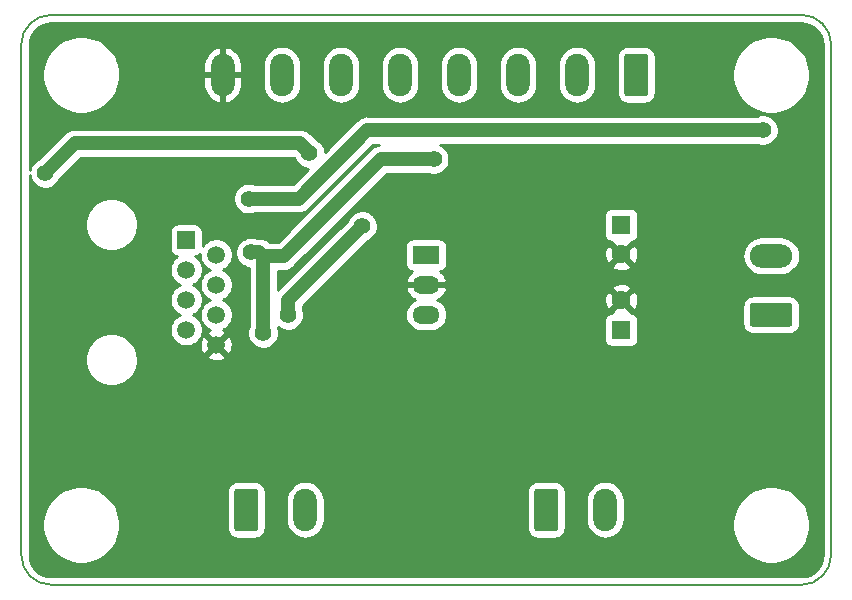
<source format=gbr>
G04 #@! TF.GenerationSoftware,KiCad,Pcbnew,(5.1.4)*
G04 #@! TF.CreationDate,2020-02-25T01:22:36-06:00*
G04 #@! TF.ProjectId,gate board,67617465-2062-46f6-9172-642e6b696361,rev?*
G04 #@! TF.SameCoordinates,Original*
G04 #@! TF.FileFunction,Copper,L1,Top*
G04 #@! TF.FilePolarity,Positive*
%FSLAX46Y46*%
G04 Gerber Fmt 4.6, Leading zero omitted, Abs format (unit mm)*
G04 Created by KiCad (PCBNEW (5.1.4)) date 2020-02-25 01:22:36*
%MOMM*%
%LPD*%
G04 APERTURE LIST*
%ADD10C,0.150000*%
%ADD11O,2.000000X3.600000*%
%ADD12C,0.100000*%
%ADD13C,2.000000*%
%ADD14C,1.500000*%
%ADD15R,1.500000X1.500000*%
%ADD16C,1.600000*%
%ADD17R,1.600000X1.600000*%
%ADD18O,3.600000X2.000000*%
%ADD19O,2.300000X1.500000*%
%ADD20R,2.300000X1.500000*%
%ADD21C,1.400000*%
%ADD22C,1.200000*%
%ADD23C,0.254000*%
G04 APERTURE END LIST*
D10*
X85090000Y-58420000D02*
G75*
G02X82550000Y-60960000I-2540000J0D01*
G01*
X19050000Y-60960000D02*
G75*
G02X16510000Y-58420000I0J2540000D01*
G01*
X16510000Y-15240000D02*
G75*
G02X19050000Y-12700000I2540000J0D01*
G01*
X82550000Y-12700000D02*
G75*
G02X85090000Y-15240000I0J-2540000D01*
G01*
X16510000Y-58420000D02*
X16510000Y-15240000D01*
X82550000Y-60960000D02*
X19050000Y-60960000D01*
X85090000Y-15240000D02*
X85090000Y-58420000D01*
X19050000Y-12700000D02*
X82550000Y-12700000D01*
D11*
X65960000Y-54610000D03*
D12*
G36*
X61734504Y-52811204D02*
G01*
X61758773Y-52814804D01*
X61782571Y-52820765D01*
X61805671Y-52829030D01*
X61827849Y-52839520D01*
X61848893Y-52852133D01*
X61868598Y-52866747D01*
X61886777Y-52883223D01*
X61903253Y-52901402D01*
X61917867Y-52921107D01*
X61930480Y-52942151D01*
X61940970Y-52964329D01*
X61949235Y-52987429D01*
X61955196Y-53011227D01*
X61958796Y-53035496D01*
X61960000Y-53060000D01*
X61960000Y-56160000D01*
X61958796Y-56184504D01*
X61955196Y-56208773D01*
X61949235Y-56232571D01*
X61940970Y-56255671D01*
X61930480Y-56277849D01*
X61917867Y-56298893D01*
X61903253Y-56318598D01*
X61886777Y-56336777D01*
X61868598Y-56353253D01*
X61848893Y-56367867D01*
X61827849Y-56380480D01*
X61805671Y-56390970D01*
X61782571Y-56399235D01*
X61758773Y-56405196D01*
X61734504Y-56408796D01*
X61710000Y-56410000D01*
X60210000Y-56410000D01*
X60185496Y-56408796D01*
X60161227Y-56405196D01*
X60137429Y-56399235D01*
X60114329Y-56390970D01*
X60092151Y-56380480D01*
X60071107Y-56367867D01*
X60051402Y-56353253D01*
X60033223Y-56336777D01*
X60016747Y-56318598D01*
X60002133Y-56298893D01*
X59989520Y-56277849D01*
X59979030Y-56255671D01*
X59970765Y-56232571D01*
X59964804Y-56208773D01*
X59961204Y-56184504D01*
X59960000Y-56160000D01*
X59960000Y-53060000D01*
X59961204Y-53035496D01*
X59964804Y-53011227D01*
X59970765Y-52987429D01*
X59979030Y-52964329D01*
X59989520Y-52942151D01*
X60002133Y-52921107D01*
X60016747Y-52901402D01*
X60033223Y-52883223D01*
X60051402Y-52866747D01*
X60071107Y-52852133D01*
X60092151Y-52839520D01*
X60114329Y-52829030D01*
X60137429Y-52820765D01*
X60161227Y-52814804D01*
X60185496Y-52811204D01*
X60210000Y-52810000D01*
X61710000Y-52810000D01*
X61734504Y-52811204D01*
X61734504Y-52811204D01*
G37*
D13*
X60960000Y-54610000D03*
D14*
X33020000Y-40640000D03*
X30480000Y-39370000D03*
X33020000Y-38100000D03*
X30480000Y-36830000D03*
X33020000Y-35560000D03*
X30480000Y-34290000D03*
X33020000Y-33020000D03*
D15*
X30480000Y-31750000D03*
D16*
X67310000Y-36870000D03*
D17*
X67310000Y-39370000D03*
D16*
X67310000Y-32980000D03*
D17*
X67310000Y-30480000D03*
D11*
X40560000Y-54610000D03*
D12*
G36*
X36334504Y-52811204D02*
G01*
X36358773Y-52814804D01*
X36382571Y-52820765D01*
X36405671Y-52829030D01*
X36427849Y-52839520D01*
X36448893Y-52852133D01*
X36468598Y-52866747D01*
X36486777Y-52883223D01*
X36503253Y-52901402D01*
X36517867Y-52921107D01*
X36530480Y-52942151D01*
X36540970Y-52964329D01*
X36549235Y-52987429D01*
X36555196Y-53011227D01*
X36558796Y-53035496D01*
X36560000Y-53060000D01*
X36560000Y-56160000D01*
X36558796Y-56184504D01*
X36555196Y-56208773D01*
X36549235Y-56232571D01*
X36540970Y-56255671D01*
X36530480Y-56277849D01*
X36517867Y-56298893D01*
X36503253Y-56318598D01*
X36486777Y-56336777D01*
X36468598Y-56353253D01*
X36448893Y-56367867D01*
X36427849Y-56380480D01*
X36405671Y-56390970D01*
X36382571Y-56399235D01*
X36358773Y-56405196D01*
X36334504Y-56408796D01*
X36310000Y-56410000D01*
X34810000Y-56410000D01*
X34785496Y-56408796D01*
X34761227Y-56405196D01*
X34737429Y-56399235D01*
X34714329Y-56390970D01*
X34692151Y-56380480D01*
X34671107Y-56367867D01*
X34651402Y-56353253D01*
X34633223Y-56336777D01*
X34616747Y-56318598D01*
X34602133Y-56298893D01*
X34589520Y-56277849D01*
X34579030Y-56255671D01*
X34570765Y-56232571D01*
X34564804Y-56208773D01*
X34561204Y-56184504D01*
X34560000Y-56160000D01*
X34560000Y-53060000D01*
X34561204Y-53035496D01*
X34564804Y-53011227D01*
X34570765Y-52987429D01*
X34579030Y-52964329D01*
X34589520Y-52942151D01*
X34602133Y-52921107D01*
X34616747Y-52901402D01*
X34633223Y-52883223D01*
X34651402Y-52866747D01*
X34671107Y-52852133D01*
X34692151Y-52839520D01*
X34714329Y-52829030D01*
X34737429Y-52820765D01*
X34761227Y-52814804D01*
X34785496Y-52811204D01*
X34810000Y-52810000D01*
X36310000Y-52810000D01*
X36334504Y-52811204D01*
X36334504Y-52811204D01*
G37*
D13*
X35560000Y-54610000D03*
D18*
X80010000Y-33100000D03*
D12*
G36*
X81584504Y-37101204D02*
G01*
X81608773Y-37104804D01*
X81632571Y-37110765D01*
X81655671Y-37119030D01*
X81677849Y-37129520D01*
X81698893Y-37142133D01*
X81718598Y-37156747D01*
X81736777Y-37173223D01*
X81753253Y-37191402D01*
X81767867Y-37211107D01*
X81780480Y-37232151D01*
X81790970Y-37254329D01*
X81799235Y-37277429D01*
X81805196Y-37301227D01*
X81808796Y-37325496D01*
X81810000Y-37350000D01*
X81810000Y-38850000D01*
X81808796Y-38874504D01*
X81805196Y-38898773D01*
X81799235Y-38922571D01*
X81790970Y-38945671D01*
X81780480Y-38967849D01*
X81767867Y-38988893D01*
X81753253Y-39008598D01*
X81736777Y-39026777D01*
X81718598Y-39043253D01*
X81698893Y-39057867D01*
X81677849Y-39070480D01*
X81655671Y-39080970D01*
X81632571Y-39089235D01*
X81608773Y-39095196D01*
X81584504Y-39098796D01*
X81560000Y-39100000D01*
X78460000Y-39100000D01*
X78435496Y-39098796D01*
X78411227Y-39095196D01*
X78387429Y-39089235D01*
X78364329Y-39080970D01*
X78342151Y-39070480D01*
X78321107Y-39057867D01*
X78301402Y-39043253D01*
X78283223Y-39026777D01*
X78266747Y-39008598D01*
X78252133Y-38988893D01*
X78239520Y-38967849D01*
X78229030Y-38945671D01*
X78220765Y-38922571D01*
X78214804Y-38898773D01*
X78211204Y-38874504D01*
X78210000Y-38850000D01*
X78210000Y-37350000D01*
X78211204Y-37325496D01*
X78214804Y-37301227D01*
X78220765Y-37277429D01*
X78229030Y-37254329D01*
X78239520Y-37232151D01*
X78252133Y-37211107D01*
X78266747Y-37191402D01*
X78283223Y-37173223D01*
X78301402Y-37156747D01*
X78321107Y-37142133D01*
X78342151Y-37129520D01*
X78364329Y-37119030D01*
X78387429Y-37110765D01*
X78411227Y-37104804D01*
X78435496Y-37101204D01*
X78460000Y-37100000D01*
X81560000Y-37100000D01*
X81584504Y-37101204D01*
X81584504Y-37101204D01*
G37*
D13*
X80010000Y-38100000D03*
D11*
X33580000Y-17780000D03*
X38580000Y-17780000D03*
X43580000Y-17780000D03*
X48580000Y-17780000D03*
X53580000Y-17780000D03*
X58580000Y-17780000D03*
X63580000Y-17780000D03*
D12*
G36*
X69354504Y-15981204D02*
G01*
X69378773Y-15984804D01*
X69402571Y-15990765D01*
X69425671Y-15999030D01*
X69447849Y-16009520D01*
X69468893Y-16022133D01*
X69488598Y-16036747D01*
X69506777Y-16053223D01*
X69523253Y-16071402D01*
X69537867Y-16091107D01*
X69550480Y-16112151D01*
X69560970Y-16134329D01*
X69569235Y-16157429D01*
X69575196Y-16181227D01*
X69578796Y-16205496D01*
X69580000Y-16230000D01*
X69580000Y-19330000D01*
X69578796Y-19354504D01*
X69575196Y-19378773D01*
X69569235Y-19402571D01*
X69560970Y-19425671D01*
X69550480Y-19447849D01*
X69537867Y-19468893D01*
X69523253Y-19488598D01*
X69506777Y-19506777D01*
X69488598Y-19523253D01*
X69468893Y-19537867D01*
X69447849Y-19550480D01*
X69425671Y-19560970D01*
X69402571Y-19569235D01*
X69378773Y-19575196D01*
X69354504Y-19578796D01*
X69330000Y-19580000D01*
X67830000Y-19580000D01*
X67805496Y-19578796D01*
X67781227Y-19575196D01*
X67757429Y-19569235D01*
X67734329Y-19560970D01*
X67712151Y-19550480D01*
X67691107Y-19537867D01*
X67671402Y-19523253D01*
X67653223Y-19506777D01*
X67636747Y-19488598D01*
X67622133Y-19468893D01*
X67609520Y-19447849D01*
X67599030Y-19425671D01*
X67590765Y-19402571D01*
X67584804Y-19378773D01*
X67581204Y-19354504D01*
X67580000Y-19330000D01*
X67580000Y-16230000D01*
X67581204Y-16205496D01*
X67584804Y-16181227D01*
X67590765Y-16157429D01*
X67599030Y-16134329D01*
X67609520Y-16112151D01*
X67622133Y-16091107D01*
X67636747Y-16071402D01*
X67653223Y-16053223D01*
X67671402Y-16036747D01*
X67691107Y-16022133D01*
X67712151Y-16009520D01*
X67734329Y-15999030D01*
X67757429Y-15990765D01*
X67781227Y-15984804D01*
X67805496Y-15981204D01*
X67830000Y-15980000D01*
X69330000Y-15980000D01*
X69354504Y-15981204D01*
X69354504Y-15981204D01*
G37*
D13*
X68580000Y-17780000D03*
D19*
X50800000Y-38100000D03*
X50800000Y-35560000D03*
D20*
X50800000Y-33020000D03*
D21*
X51436000Y-24924000D03*
X36995700Y-39643200D03*
X35978300Y-32822200D03*
X79311600Y-22461300D03*
X35790800Y-28255200D03*
X39113200Y-38111700D03*
X45383000Y-30587300D03*
X40915200Y-24386400D03*
X18542200Y-26075600D03*
D22*
X36995700Y-33136600D02*
X38726200Y-33136600D01*
X38726200Y-33136600D02*
X46938800Y-24924000D01*
X46938800Y-24924000D02*
X51436000Y-24924000D01*
X36995700Y-33136600D02*
X36995700Y-39643200D01*
X35978300Y-32822200D02*
X36681300Y-32822200D01*
X36681300Y-32822200D02*
X36995700Y-33136600D01*
X35790800Y-28255200D02*
X40016600Y-28255200D01*
X40016600Y-28255200D02*
X45810500Y-22461300D01*
X45810500Y-22461300D02*
X79311600Y-22461300D01*
X45383000Y-30587300D02*
X39113300Y-36857000D01*
X39113300Y-36857000D02*
X39113300Y-38111700D01*
X39113300Y-38111700D02*
X39113200Y-38111700D01*
X18542200Y-26075600D02*
X21045300Y-23572500D01*
X21045300Y-23572500D02*
X40101300Y-23572500D01*
X40101300Y-23572500D02*
X40915200Y-24386400D01*
D23*
G36*
X82904785Y-13448191D02*
G01*
X83246060Y-13551228D01*
X83560822Y-13718590D01*
X83837083Y-13943903D01*
X84064317Y-14218582D01*
X84233870Y-14532164D01*
X84339286Y-14872708D01*
X84380000Y-15260072D01*
X84380001Y-58385269D01*
X84341809Y-58774784D01*
X84238771Y-59116063D01*
X84071409Y-59430825D01*
X83846097Y-59707083D01*
X83571418Y-59934317D01*
X83257838Y-60103869D01*
X82917288Y-60209287D01*
X82529928Y-60250000D01*
X19084720Y-60250000D01*
X18695216Y-60211809D01*
X18353937Y-60108771D01*
X18039175Y-59941409D01*
X17762917Y-59716097D01*
X17535683Y-59441418D01*
X17366131Y-59127838D01*
X17260713Y-58787288D01*
X17220000Y-58399928D01*
X17220000Y-55556456D01*
X18305000Y-55556456D01*
X18305000Y-56203544D01*
X18431240Y-56838199D01*
X18678871Y-57436031D01*
X19038374Y-57974066D01*
X19495934Y-58431626D01*
X20033969Y-58791129D01*
X20631801Y-59038760D01*
X21266456Y-59165000D01*
X21913544Y-59165000D01*
X22548199Y-59038760D01*
X23146031Y-58791129D01*
X23684066Y-58431626D01*
X24141626Y-57974066D01*
X24501129Y-57436031D01*
X24748760Y-56838199D01*
X24875000Y-56203544D01*
X24875000Y-55556456D01*
X24748760Y-54921801D01*
X24501129Y-54323969D01*
X24141626Y-53785934D01*
X23684066Y-53328374D01*
X23282416Y-53060000D01*
X33921928Y-53060000D01*
X33921928Y-56160000D01*
X33938992Y-56333254D01*
X33989528Y-56499850D01*
X34071595Y-56653386D01*
X34182038Y-56787962D01*
X34316614Y-56898405D01*
X34470150Y-56980472D01*
X34636746Y-57031008D01*
X34810000Y-57048072D01*
X36310000Y-57048072D01*
X36483254Y-57031008D01*
X36649850Y-56980472D01*
X36803386Y-56898405D01*
X36937962Y-56787962D01*
X37048405Y-56653386D01*
X37130472Y-56499850D01*
X37181008Y-56333254D01*
X37198072Y-56160000D01*
X37198072Y-53729679D01*
X38925000Y-53729679D01*
X38925000Y-55490322D01*
X38948658Y-55730516D01*
X39042149Y-56038715D01*
X39193970Y-56322752D01*
X39398287Y-56571714D01*
X39647249Y-56776031D01*
X39931286Y-56927852D01*
X40239485Y-57021343D01*
X40560000Y-57052911D01*
X40880516Y-57021343D01*
X41188715Y-56927852D01*
X41472752Y-56776031D01*
X41721714Y-56571714D01*
X41926031Y-56322752D01*
X42077852Y-56038715D01*
X42171343Y-55730516D01*
X42195000Y-55490322D01*
X42195000Y-53729678D01*
X42171343Y-53489484D01*
X42077852Y-53181285D01*
X42013024Y-53060000D01*
X59321928Y-53060000D01*
X59321928Y-56160000D01*
X59338992Y-56333254D01*
X59389528Y-56499850D01*
X59471595Y-56653386D01*
X59582038Y-56787962D01*
X59716614Y-56898405D01*
X59870150Y-56980472D01*
X60036746Y-57031008D01*
X60210000Y-57048072D01*
X61710000Y-57048072D01*
X61883254Y-57031008D01*
X62049850Y-56980472D01*
X62203386Y-56898405D01*
X62337962Y-56787962D01*
X62448405Y-56653386D01*
X62530472Y-56499850D01*
X62581008Y-56333254D01*
X62598072Y-56160000D01*
X62598072Y-53729679D01*
X64325000Y-53729679D01*
X64325000Y-55490322D01*
X64348658Y-55730516D01*
X64442149Y-56038715D01*
X64593970Y-56322752D01*
X64798287Y-56571714D01*
X65047249Y-56776031D01*
X65331286Y-56927852D01*
X65639485Y-57021343D01*
X65960000Y-57052911D01*
X66280516Y-57021343D01*
X66588715Y-56927852D01*
X66872752Y-56776031D01*
X67121714Y-56571714D01*
X67326031Y-56322752D01*
X67477852Y-56038715D01*
X67571343Y-55730516D01*
X67588486Y-55556456D01*
X76725000Y-55556456D01*
X76725000Y-56203544D01*
X76851240Y-56838199D01*
X77098871Y-57436031D01*
X77458374Y-57974066D01*
X77915934Y-58431626D01*
X78453969Y-58791129D01*
X79051801Y-59038760D01*
X79686456Y-59165000D01*
X80333544Y-59165000D01*
X80968199Y-59038760D01*
X81566031Y-58791129D01*
X82104066Y-58431626D01*
X82561626Y-57974066D01*
X82921129Y-57436031D01*
X83168760Y-56838199D01*
X83295000Y-56203544D01*
X83295000Y-55556456D01*
X83168760Y-54921801D01*
X82921129Y-54323969D01*
X82561626Y-53785934D01*
X82104066Y-53328374D01*
X81566031Y-52968871D01*
X80968199Y-52721240D01*
X80333544Y-52595000D01*
X79686456Y-52595000D01*
X79051801Y-52721240D01*
X78453969Y-52968871D01*
X77915934Y-53328374D01*
X77458374Y-53785934D01*
X77098871Y-54323969D01*
X76851240Y-54921801D01*
X76725000Y-55556456D01*
X67588486Y-55556456D01*
X67595000Y-55490322D01*
X67595000Y-53729678D01*
X67571343Y-53489484D01*
X67477852Y-53181285D01*
X67326031Y-52897248D01*
X67121714Y-52648286D01*
X66872751Y-52443969D01*
X66588714Y-52292148D01*
X66280515Y-52198657D01*
X65960000Y-52167089D01*
X65639484Y-52198657D01*
X65331285Y-52292148D01*
X65047248Y-52443969D01*
X64798286Y-52648286D01*
X64593969Y-52897249D01*
X64442148Y-53181286D01*
X64348657Y-53489485D01*
X64325000Y-53729679D01*
X62598072Y-53729679D01*
X62598072Y-53060000D01*
X62581008Y-52886746D01*
X62530472Y-52720150D01*
X62448405Y-52566614D01*
X62337962Y-52432038D01*
X62203386Y-52321595D01*
X62049850Y-52239528D01*
X61883254Y-52188992D01*
X61710000Y-52171928D01*
X60210000Y-52171928D01*
X60036746Y-52188992D01*
X59870150Y-52239528D01*
X59716614Y-52321595D01*
X59582038Y-52432038D01*
X59471595Y-52566614D01*
X59389528Y-52720150D01*
X59338992Y-52886746D01*
X59321928Y-53060000D01*
X42013024Y-53060000D01*
X41926031Y-52897248D01*
X41721714Y-52648286D01*
X41472751Y-52443969D01*
X41188714Y-52292148D01*
X40880515Y-52198657D01*
X40560000Y-52167089D01*
X40239484Y-52198657D01*
X39931285Y-52292148D01*
X39647248Y-52443969D01*
X39398286Y-52648286D01*
X39193969Y-52897249D01*
X39042148Y-53181286D01*
X38948657Y-53489485D01*
X38925000Y-53729679D01*
X37198072Y-53729679D01*
X37198072Y-53060000D01*
X37181008Y-52886746D01*
X37130472Y-52720150D01*
X37048405Y-52566614D01*
X36937962Y-52432038D01*
X36803386Y-52321595D01*
X36649850Y-52239528D01*
X36483254Y-52188992D01*
X36310000Y-52171928D01*
X34810000Y-52171928D01*
X34636746Y-52188992D01*
X34470150Y-52239528D01*
X34316614Y-52321595D01*
X34182038Y-52432038D01*
X34071595Y-52566614D01*
X33989528Y-52720150D01*
X33938992Y-52886746D01*
X33921928Y-53060000D01*
X23282416Y-53060000D01*
X23146031Y-52968871D01*
X22548199Y-52721240D01*
X21913544Y-52595000D01*
X21266456Y-52595000D01*
X20631801Y-52721240D01*
X20033969Y-52968871D01*
X19495934Y-53328374D01*
X19038374Y-53785934D01*
X18678871Y-54323969D01*
X18431240Y-54921801D01*
X18305000Y-55556456D01*
X17220000Y-55556456D01*
X17220000Y-41689872D01*
X21895000Y-41689872D01*
X21895000Y-42130128D01*
X21980890Y-42561925D01*
X22149369Y-42968669D01*
X22393962Y-43334729D01*
X22705271Y-43646038D01*
X23071331Y-43890631D01*
X23478075Y-44059110D01*
X23909872Y-44145000D01*
X24350128Y-44145000D01*
X24781925Y-44059110D01*
X25188669Y-43890631D01*
X25554729Y-43646038D01*
X25866038Y-43334729D01*
X26110631Y-42968669D01*
X26279110Y-42561925D01*
X26365000Y-42130128D01*
X26365000Y-41689872D01*
X26346526Y-41596993D01*
X32242612Y-41596993D01*
X32308137Y-41835860D01*
X32555116Y-41951760D01*
X32819960Y-42017250D01*
X33092492Y-42029812D01*
X33362238Y-41988965D01*
X33618832Y-41896277D01*
X33731863Y-41835860D01*
X33797388Y-41596993D01*
X33020000Y-40819605D01*
X32242612Y-41596993D01*
X26346526Y-41596993D01*
X26279110Y-41258075D01*
X26110631Y-40851331D01*
X25866038Y-40485271D01*
X25554729Y-40173962D01*
X25188669Y-39929369D01*
X24781925Y-39760890D01*
X24350128Y-39675000D01*
X23909872Y-39675000D01*
X23478075Y-39760890D01*
X23071331Y-39929369D01*
X22705271Y-40173962D01*
X22393962Y-40485271D01*
X22149369Y-40851331D01*
X21980890Y-41258075D01*
X21895000Y-41689872D01*
X17220000Y-41689872D01*
X17220000Y-30259872D01*
X21895000Y-30259872D01*
X21895000Y-30700128D01*
X21980890Y-31131925D01*
X22149369Y-31538669D01*
X22393962Y-31904729D01*
X22705271Y-32216038D01*
X23071331Y-32460631D01*
X23478075Y-32629110D01*
X23909872Y-32715000D01*
X24350128Y-32715000D01*
X24781925Y-32629110D01*
X25188669Y-32460631D01*
X25554729Y-32216038D01*
X25866038Y-31904729D01*
X26110631Y-31538669D01*
X26279110Y-31131925D01*
X26305351Y-31000000D01*
X29091928Y-31000000D01*
X29091928Y-32500000D01*
X29104188Y-32624482D01*
X29140498Y-32744180D01*
X29199463Y-32854494D01*
X29278815Y-32951185D01*
X29375506Y-33030537D01*
X29485820Y-33089502D01*
X29605518Y-33125812D01*
X29713483Y-33136445D01*
X29597114Y-33214201D01*
X29404201Y-33407114D01*
X29252629Y-33633957D01*
X29148225Y-33886011D01*
X29095000Y-34153589D01*
X29095000Y-34426411D01*
X29148225Y-34693989D01*
X29252629Y-34946043D01*
X29404201Y-35172886D01*
X29597114Y-35365799D01*
X29823957Y-35517371D01*
X29926873Y-35560000D01*
X29823957Y-35602629D01*
X29597114Y-35754201D01*
X29404201Y-35947114D01*
X29252629Y-36173957D01*
X29148225Y-36426011D01*
X29095000Y-36693589D01*
X29095000Y-36966411D01*
X29148225Y-37233989D01*
X29252629Y-37486043D01*
X29404201Y-37712886D01*
X29597114Y-37905799D01*
X29823957Y-38057371D01*
X29926873Y-38100000D01*
X29823957Y-38142629D01*
X29597114Y-38294201D01*
X29404201Y-38487114D01*
X29252629Y-38713957D01*
X29148225Y-38966011D01*
X29095000Y-39233589D01*
X29095000Y-39506411D01*
X29148225Y-39773989D01*
X29252629Y-40026043D01*
X29404201Y-40252886D01*
X29597114Y-40445799D01*
X29823957Y-40597371D01*
X30076011Y-40701775D01*
X30343589Y-40755000D01*
X30616411Y-40755000D01*
X30830111Y-40712492D01*
X31630188Y-40712492D01*
X31671035Y-40982238D01*
X31763723Y-41238832D01*
X31824140Y-41351863D01*
X32063007Y-41417388D01*
X32840395Y-40640000D01*
X33199605Y-40640000D01*
X33976993Y-41417388D01*
X34215860Y-41351863D01*
X34331760Y-41104884D01*
X34397250Y-40840040D01*
X34409812Y-40567508D01*
X34368965Y-40297762D01*
X34276277Y-40041168D01*
X34215860Y-39928137D01*
X33976993Y-39862612D01*
X33199605Y-40640000D01*
X32840395Y-40640000D01*
X32063007Y-39862612D01*
X31824140Y-39928137D01*
X31708240Y-40175116D01*
X31642750Y-40439960D01*
X31630188Y-40712492D01*
X30830111Y-40712492D01*
X30883989Y-40701775D01*
X31136043Y-40597371D01*
X31362886Y-40445799D01*
X31555799Y-40252886D01*
X31707371Y-40026043D01*
X31811775Y-39773989D01*
X31865000Y-39506411D01*
X31865000Y-39233589D01*
X31811775Y-38966011D01*
X31707371Y-38713957D01*
X31555799Y-38487114D01*
X31362886Y-38294201D01*
X31136043Y-38142629D01*
X31033127Y-38100000D01*
X31136043Y-38057371D01*
X31362886Y-37905799D01*
X31555799Y-37712886D01*
X31707371Y-37486043D01*
X31811775Y-37233989D01*
X31865000Y-36966411D01*
X31865000Y-36693589D01*
X31811775Y-36426011D01*
X31707371Y-36173957D01*
X31555799Y-35947114D01*
X31362886Y-35754201D01*
X31136043Y-35602629D01*
X31033127Y-35560000D01*
X31136043Y-35517371D01*
X31362886Y-35365799D01*
X31555799Y-35172886D01*
X31707371Y-34946043D01*
X31811775Y-34693989D01*
X31865000Y-34426411D01*
X31865000Y-34153589D01*
X31811775Y-33886011D01*
X31707371Y-33633957D01*
X31555799Y-33407114D01*
X31362886Y-33214201D01*
X31246517Y-33136445D01*
X31354482Y-33125812D01*
X31474180Y-33089502D01*
X31584494Y-33030537D01*
X31635000Y-32989088D01*
X31635000Y-33156411D01*
X31688225Y-33423989D01*
X31792629Y-33676043D01*
X31944201Y-33902886D01*
X32137114Y-34095799D01*
X32363957Y-34247371D01*
X32466873Y-34290000D01*
X32363957Y-34332629D01*
X32137114Y-34484201D01*
X31944201Y-34677114D01*
X31792629Y-34903957D01*
X31688225Y-35156011D01*
X31635000Y-35423589D01*
X31635000Y-35696411D01*
X31688225Y-35963989D01*
X31792629Y-36216043D01*
X31944201Y-36442886D01*
X32137114Y-36635799D01*
X32363957Y-36787371D01*
X32466873Y-36830000D01*
X32363957Y-36872629D01*
X32137114Y-37024201D01*
X31944201Y-37217114D01*
X31792629Y-37443957D01*
X31688225Y-37696011D01*
X31635000Y-37963589D01*
X31635000Y-38236411D01*
X31688225Y-38503989D01*
X31792629Y-38756043D01*
X31944201Y-38982886D01*
X32137114Y-39175799D01*
X32363957Y-39327371D01*
X32463279Y-39368511D01*
X32421168Y-39383723D01*
X32308137Y-39444140D01*
X32242612Y-39683007D01*
X33020000Y-40460395D01*
X33797388Y-39683007D01*
X33731863Y-39444140D01*
X33573523Y-39369836D01*
X33676043Y-39327371D01*
X33902886Y-39175799D01*
X34095799Y-38982886D01*
X34247371Y-38756043D01*
X34351775Y-38503989D01*
X34405000Y-38236411D01*
X34405000Y-37963589D01*
X34351775Y-37696011D01*
X34247371Y-37443957D01*
X34095799Y-37217114D01*
X33902886Y-37024201D01*
X33676043Y-36872629D01*
X33573127Y-36830000D01*
X33676043Y-36787371D01*
X33902886Y-36635799D01*
X34095799Y-36442886D01*
X34247371Y-36216043D01*
X34351775Y-35963989D01*
X34405000Y-35696411D01*
X34405000Y-35423589D01*
X34351775Y-35156011D01*
X34247371Y-34903957D01*
X34095799Y-34677114D01*
X33902886Y-34484201D01*
X33676043Y-34332629D01*
X33573127Y-34290000D01*
X33676043Y-34247371D01*
X33902886Y-34095799D01*
X34095799Y-33902886D01*
X34247371Y-33676043D01*
X34351775Y-33423989D01*
X34405000Y-33156411D01*
X34405000Y-32883589D01*
X34351775Y-32616011D01*
X34247371Y-32363957D01*
X34095799Y-32137114D01*
X33902886Y-31944201D01*
X33676043Y-31792629D01*
X33423989Y-31688225D01*
X33156411Y-31635000D01*
X32883589Y-31635000D01*
X32616011Y-31688225D01*
X32363957Y-31792629D01*
X32137114Y-31944201D01*
X31944201Y-32137114D01*
X31868072Y-32251049D01*
X31868072Y-31000000D01*
X31855812Y-30875518D01*
X31819502Y-30755820D01*
X31760537Y-30645506D01*
X31681185Y-30548815D01*
X31584494Y-30469463D01*
X31474180Y-30410498D01*
X31354482Y-30374188D01*
X31230000Y-30361928D01*
X29730000Y-30361928D01*
X29605518Y-30374188D01*
X29485820Y-30410498D01*
X29375506Y-30469463D01*
X29278815Y-30548815D01*
X29199463Y-30645506D01*
X29140498Y-30755820D01*
X29104188Y-30875518D01*
X29091928Y-31000000D01*
X26305351Y-31000000D01*
X26365000Y-30700128D01*
X26365000Y-30259872D01*
X26279110Y-29828075D01*
X26110631Y-29421331D01*
X25866038Y-29055271D01*
X25554729Y-28743962D01*
X25188669Y-28499369D01*
X24781925Y-28330890D01*
X24350128Y-28245000D01*
X23909872Y-28245000D01*
X23478075Y-28330890D01*
X23071331Y-28499369D01*
X22705271Y-28743962D01*
X22393962Y-29055271D01*
X22149369Y-29421331D01*
X21980890Y-29828075D01*
X21895000Y-30259872D01*
X17220000Y-30259872D01*
X17220000Y-26271435D01*
X17258504Y-26465005D01*
X17359139Y-26707959D01*
X17505238Y-26926613D01*
X17691187Y-27112562D01*
X17909841Y-27258661D01*
X18152795Y-27359296D01*
X18410714Y-27410600D01*
X18673686Y-27410600D01*
X18931605Y-27359296D01*
X19174559Y-27258661D01*
X19393213Y-27112562D01*
X19579162Y-26926613D01*
X19725261Y-26707959D01*
X19773957Y-26590396D01*
X21556854Y-24807500D01*
X39589747Y-24807500D01*
X39683443Y-24901196D01*
X39732139Y-25018759D01*
X39878238Y-25237413D01*
X40064187Y-25423362D01*
X40282841Y-25569461D01*
X40525795Y-25670096D01*
X40783714Y-25721400D01*
X40803847Y-25721400D01*
X39505047Y-27020200D01*
X36297767Y-27020200D01*
X36180205Y-26971504D01*
X35922286Y-26920200D01*
X35659314Y-26920200D01*
X35401395Y-26971504D01*
X35158441Y-27072139D01*
X34939787Y-27218238D01*
X34753838Y-27404187D01*
X34607739Y-27622841D01*
X34507104Y-27865795D01*
X34455800Y-28123714D01*
X34455800Y-28386686D01*
X34507104Y-28644605D01*
X34607739Y-28887559D01*
X34753838Y-29106213D01*
X34939787Y-29292162D01*
X35158441Y-29438261D01*
X35401395Y-29538896D01*
X35659314Y-29590200D01*
X35922286Y-29590200D01*
X36180205Y-29538896D01*
X36297767Y-29490200D01*
X39955935Y-29490200D01*
X40016600Y-29496175D01*
X40077265Y-29490200D01*
X40258702Y-29472330D01*
X40491501Y-29401711D01*
X40706049Y-29287033D01*
X40894102Y-29132702D01*
X40932779Y-29085575D01*
X46322054Y-23696300D01*
X46804017Y-23696300D01*
X46696698Y-23706870D01*
X46463899Y-23777489D01*
X46249351Y-23892167D01*
X46061298Y-24046498D01*
X46022626Y-24093620D01*
X38214647Y-31901600D01*
X37506287Y-31901600D01*
X37370749Y-31790367D01*
X37156201Y-31675689D01*
X36923402Y-31605070D01*
X36741965Y-31587200D01*
X36681300Y-31581225D01*
X36620635Y-31587200D01*
X36485267Y-31587200D01*
X36367705Y-31538504D01*
X36109786Y-31487200D01*
X35846814Y-31487200D01*
X35588895Y-31538504D01*
X35345941Y-31639139D01*
X35127287Y-31785238D01*
X34941338Y-31971187D01*
X34795239Y-32189841D01*
X34694604Y-32432795D01*
X34643300Y-32690714D01*
X34643300Y-32953686D01*
X34694604Y-33211605D01*
X34795239Y-33454559D01*
X34941338Y-33673213D01*
X35127287Y-33859162D01*
X35345941Y-34005261D01*
X35588895Y-34105896D01*
X35760700Y-34140071D01*
X35760701Y-39136230D01*
X35712004Y-39253795D01*
X35660700Y-39511714D01*
X35660700Y-39774686D01*
X35712004Y-40032605D01*
X35812639Y-40275559D01*
X35958738Y-40494213D01*
X36144687Y-40680162D01*
X36363341Y-40826261D01*
X36606295Y-40926896D01*
X36864214Y-40978200D01*
X37127186Y-40978200D01*
X37385105Y-40926896D01*
X37628059Y-40826261D01*
X37846713Y-40680162D01*
X38032662Y-40494213D01*
X38178761Y-40275559D01*
X38279396Y-40032605D01*
X38330700Y-39774686D01*
X38330700Y-39511714D01*
X38279396Y-39253795D01*
X38230700Y-39136233D01*
X38230700Y-39117175D01*
X38262187Y-39148662D01*
X38480841Y-39294761D01*
X38723795Y-39395396D01*
X38981714Y-39446700D01*
X39244686Y-39446700D01*
X39502605Y-39395396D01*
X39745559Y-39294761D01*
X39964213Y-39148662D01*
X40150162Y-38962713D01*
X40296261Y-38744059D01*
X40396896Y-38501105D01*
X40448200Y-38243186D01*
X40448200Y-38100000D01*
X49008299Y-38100000D01*
X49035040Y-38371507D01*
X49114236Y-38632581D01*
X49242843Y-38873188D01*
X49415919Y-39084081D01*
X49626812Y-39257157D01*
X49867419Y-39385764D01*
X50128493Y-39464960D01*
X50331963Y-39485000D01*
X51268037Y-39485000D01*
X51471507Y-39464960D01*
X51732581Y-39385764D01*
X51973188Y-39257157D01*
X52184081Y-39084081D01*
X52357157Y-38873188D01*
X52485764Y-38632581D01*
X52504747Y-38570000D01*
X65871928Y-38570000D01*
X65871928Y-40170000D01*
X65884188Y-40294482D01*
X65920498Y-40414180D01*
X65979463Y-40524494D01*
X66058815Y-40621185D01*
X66155506Y-40700537D01*
X66265820Y-40759502D01*
X66385518Y-40795812D01*
X66510000Y-40808072D01*
X68110000Y-40808072D01*
X68234482Y-40795812D01*
X68354180Y-40759502D01*
X68464494Y-40700537D01*
X68561185Y-40621185D01*
X68640537Y-40524494D01*
X68699502Y-40414180D01*
X68735812Y-40294482D01*
X68748072Y-40170000D01*
X68748072Y-38570000D01*
X68735812Y-38445518D01*
X68699502Y-38325820D01*
X68640537Y-38215506D01*
X68561185Y-38118815D01*
X68464494Y-38039463D01*
X68354180Y-37980498D01*
X68234482Y-37944188D01*
X68110000Y-37931928D01*
X68102785Y-37931928D01*
X68123097Y-37862702D01*
X67310000Y-37049605D01*
X66496903Y-37862702D01*
X66517215Y-37931928D01*
X66510000Y-37931928D01*
X66385518Y-37944188D01*
X66265820Y-37980498D01*
X66155506Y-38039463D01*
X66058815Y-38118815D01*
X65979463Y-38215506D01*
X65920498Y-38325820D01*
X65884188Y-38445518D01*
X65871928Y-38570000D01*
X52504747Y-38570000D01*
X52564960Y-38371507D01*
X52591701Y-38100000D01*
X52564960Y-37828493D01*
X52485764Y-37567419D01*
X52357157Y-37326812D01*
X52184081Y-37115919D01*
X51973188Y-36942843D01*
X51968827Y-36940512D01*
X65869783Y-36940512D01*
X65911213Y-37220130D01*
X66006397Y-37486292D01*
X66073329Y-37611514D01*
X66317298Y-37683097D01*
X67130395Y-36870000D01*
X67489605Y-36870000D01*
X68302702Y-37683097D01*
X68546671Y-37611514D01*
X68667571Y-37356004D01*
X68669075Y-37350000D01*
X77571928Y-37350000D01*
X77571928Y-38850000D01*
X77588992Y-39023254D01*
X77639528Y-39189850D01*
X77721595Y-39343386D01*
X77832038Y-39477962D01*
X77966614Y-39588405D01*
X78120150Y-39670472D01*
X78286746Y-39721008D01*
X78460000Y-39738072D01*
X81560000Y-39738072D01*
X81733254Y-39721008D01*
X81899850Y-39670472D01*
X82053386Y-39588405D01*
X82187962Y-39477962D01*
X82298405Y-39343386D01*
X82380472Y-39189850D01*
X82431008Y-39023254D01*
X82448072Y-38850000D01*
X82448072Y-37350000D01*
X82431008Y-37176746D01*
X82380472Y-37010150D01*
X82298405Y-36856614D01*
X82187962Y-36722038D01*
X82053386Y-36611595D01*
X81899850Y-36529528D01*
X81733254Y-36478992D01*
X81560000Y-36461928D01*
X78460000Y-36461928D01*
X78286746Y-36478992D01*
X78120150Y-36529528D01*
X77966614Y-36611595D01*
X77832038Y-36722038D01*
X77721595Y-36856614D01*
X77639528Y-37010150D01*
X77588992Y-37176746D01*
X77571928Y-37350000D01*
X68669075Y-37350000D01*
X68736300Y-37081816D01*
X68750217Y-36799488D01*
X68708787Y-36519870D01*
X68613603Y-36253708D01*
X68546671Y-36128486D01*
X68302702Y-36056903D01*
X67489605Y-36870000D01*
X67130395Y-36870000D01*
X66317298Y-36056903D01*
X66073329Y-36128486D01*
X65952429Y-36383996D01*
X65883700Y-36658184D01*
X65869783Y-36940512D01*
X51968827Y-36940512D01*
X51757422Y-36827514D01*
X51847349Y-36790972D01*
X52075061Y-36641028D01*
X52269145Y-36449540D01*
X52422142Y-36223868D01*
X52528173Y-35972684D01*
X52542318Y-35901185D01*
X52528639Y-35877298D01*
X66496903Y-35877298D01*
X67310000Y-36690395D01*
X68123097Y-35877298D01*
X68051514Y-35633329D01*
X67796004Y-35512429D01*
X67521816Y-35443700D01*
X67239488Y-35429783D01*
X66959870Y-35471213D01*
X66693708Y-35566397D01*
X66568486Y-35633329D01*
X66496903Y-35877298D01*
X52528639Y-35877298D01*
X52419656Y-35687000D01*
X50927000Y-35687000D01*
X50927000Y-35707000D01*
X50673000Y-35707000D01*
X50673000Y-35687000D01*
X49180344Y-35687000D01*
X49057682Y-35901185D01*
X49071827Y-35972684D01*
X49177858Y-36223868D01*
X49330855Y-36449540D01*
X49524939Y-36641028D01*
X49752651Y-36790972D01*
X49842578Y-36827514D01*
X49626812Y-36942843D01*
X49415919Y-37115919D01*
X49242843Y-37326812D01*
X49114236Y-37567419D01*
X49035040Y-37828493D01*
X49008299Y-38100000D01*
X40448200Y-38100000D01*
X40448200Y-37980214D01*
X40396896Y-37722295D01*
X40348300Y-37604974D01*
X40348300Y-37368553D01*
X45446853Y-32270000D01*
X49011928Y-32270000D01*
X49011928Y-33770000D01*
X49024188Y-33894482D01*
X49060498Y-34014180D01*
X49119463Y-34124494D01*
X49198815Y-34221185D01*
X49295506Y-34300537D01*
X49405820Y-34359502D01*
X49525518Y-34395812D01*
X49634874Y-34406582D01*
X49524939Y-34478972D01*
X49330855Y-34670460D01*
X49177858Y-34896132D01*
X49071827Y-35147316D01*
X49057682Y-35218815D01*
X49180344Y-35433000D01*
X50673000Y-35433000D01*
X50673000Y-35413000D01*
X50927000Y-35413000D01*
X50927000Y-35433000D01*
X52419656Y-35433000D01*
X52542318Y-35218815D01*
X52528173Y-35147316D01*
X52422142Y-34896132D01*
X52269145Y-34670460D01*
X52075061Y-34478972D01*
X51965126Y-34406582D01*
X52074482Y-34395812D01*
X52194180Y-34359502D01*
X52304494Y-34300537D01*
X52401185Y-34221185D01*
X52480537Y-34124494D01*
X52539502Y-34014180D01*
X52552084Y-33972702D01*
X66496903Y-33972702D01*
X66568486Y-34216671D01*
X66823996Y-34337571D01*
X67098184Y-34406300D01*
X67380512Y-34420217D01*
X67660130Y-34378787D01*
X67926292Y-34283603D01*
X68051514Y-34216671D01*
X68123097Y-33972702D01*
X67310000Y-33159605D01*
X66496903Y-33972702D01*
X52552084Y-33972702D01*
X52575812Y-33894482D01*
X52588072Y-33770000D01*
X52588072Y-33050512D01*
X65869783Y-33050512D01*
X65911213Y-33330130D01*
X66006397Y-33596292D01*
X66073329Y-33721514D01*
X66317298Y-33793097D01*
X67130395Y-32980000D01*
X67489605Y-32980000D01*
X68302702Y-33793097D01*
X68546671Y-33721514D01*
X68667571Y-33466004D01*
X68736300Y-33191816D01*
X68740825Y-33100000D01*
X77567089Y-33100000D01*
X77598657Y-33420516D01*
X77692148Y-33728715D01*
X77843969Y-34012752D01*
X78048286Y-34261714D01*
X78297248Y-34466031D01*
X78581285Y-34617852D01*
X78889484Y-34711343D01*
X79129678Y-34735000D01*
X80890322Y-34735000D01*
X81130516Y-34711343D01*
X81438715Y-34617852D01*
X81722752Y-34466031D01*
X81971714Y-34261714D01*
X82176031Y-34012752D01*
X82327852Y-33728715D01*
X82421343Y-33420516D01*
X82452911Y-33100000D01*
X82421343Y-32779484D01*
X82327852Y-32471285D01*
X82176031Y-32187248D01*
X81971714Y-31938286D01*
X81722752Y-31733969D01*
X81438715Y-31582148D01*
X81130516Y-31488657D01*
X80890322Y-31465000D01*
X79129678Y-31465000D01*
X78889484Y-31488657D01*
X78581285Y-31582148D01*
X78297248Y-31733969D01*
X78048286Y-31938286D01*
X77843969Y-32187248D01*
X77692148Y-32471285D01*
X77598657Y-32779484D01*
X77567089Y-33100000D01*
X68740825Y-33100000D01*
X68750217Y-32909488D01*
X68708787Y-32629870D01*
X68613603Y-32363708D01*
X68546671Y-32238486D01*
X68302702Y-32166903D01*
X67489605Y-32980000D01*
X67130395Y-32980000D01*
X66317298Y-32166903D01*
X66073329Y-32238486D01*
X65952429Y-32493996D01*
X65883700Y-32768184D01*
X65869783Y-33050512D01*
X52588072Y-33050512D01*
X52588072Y-32270000D01*
X52575812Y-32145518D01*
X52539502Y-32025820D01*
X52480537Y-31915506D01*
X52401185Y-31818815D01*
X52304494Y-31739463D01*
X52194180Y-31680498D01*
X52074482Y-31644188D01*
X51950000Y-31631928D01*
X49650000Y-31631928D01*
X49525518Y-31644188D01*
X49405820Y-31680498D01*
X49295506Y-31739463D01*
X49198815Y-31818815D01*
X49119463Y-31915506D01*
X49060498Y-32025820D01*
X49024188Y-32145518D01*
X49011928Y-32270000D01*
X45446853Y-32270000D01*
X45897797Y-31819057D01*
X46015359Y-31770361D01*
X46234013Y-31624262D01*
X46419962Y-31438313D01*
X46566061Y-31219659D01*
X46666696Y-30976705D01*
X46718000Y-30718786D01*
X46718000Y-30455814D01*
X46666696Y-30197895D01*
X46566061Y-29954941D01*
X46419962Y-29736287D01*
X46363675Y-29680000D01*
X65871928Y-29680000D01*
X65871928Y-31280000D01*
X65884188Y-31404482D01*
X65920498Y-31524180D01*
X65979463Y-31634494D01*
X66058815Y-31731185D01*
X66155506Y-31810537D01*
X66265820Y-31869502D01*
X66385518Y-31905812D01*
X66510000Y-31918072D01*
X66517215Y-31918072D01*
X66496903Y-31987298D01*
X67310000Y-32800395D01*
X68123097Y-31987298D01*
X68102785Y-31918072D01*
X68110000Y-31918072D01*
X68234482Y-31905812D01*
X68354180Y-31869502D01*
X68464494Y-31810537D01*
X68561185Y-31731185D01*
X68640537Y-31634494D01*
X68699502Y-31524180D01*
X68735812Y-31404482D01*
X68748072Y-31280000D01*
X68748072Y-29680000D01*
X68735812Y-29555518D01*
X68699502Y-29435820D01*
X68640537Y-29325506D01*
X68561185Y-29228815D01*
X68464494Y-29149463D01*
X68354180Y-29090498D01*
X68234482Y-29054188D01*
X68110000Y-29041928D01*
X66510000Y-29041928D01*
X66385518Y-29054188D01*
X66265820Y-29090498D01*
X66155506Y-29149463D01*
X66058815Y-29228815D01*
X65979463Y-29325506D01*
X65920498Y-29435820D01*
X65884188Y-29555518D01*
X65871928Y-29680000D01*
X46363675Y-29680000D01*
X46234013Y-29550338D01*
X46015359Y-29404239D01*
X45772405Y-29303604D01*
X45514486Y-29252300D01*
X45251514Y-29252300D01*
X44993595Y-29303604D01*
X44750641Y-29404239D01*
X44531987Y-29550338D01*
X44346038Y-29736287D01*
X44199939Y-29954941D01*
X44151243Y-30072503D01*
X38282925Y-35940821D01*
X38235798Y-35979498D01*
X38230700Y-35985710D01*
X38230700Y-34371600D01*
X38665535Y-34371600D01*
X38726200Y-34377575D01*
X38786865Y-34371600D01*
X38968302Y-34353730D01*
X39201101Y-34283111D01*
X39415649Y-34168433D01*
X39603702Y-34014102D01*
X39642379Y-33966974D01*
X47450354Y-26159000D01*
X50929033Y-26159000D01*
X51046595Y-26207696D01*
X51304514Y-26259000D01*
X51567486Y-26259000D01*
X51825405Y-26207696D01*
X52068359Y-26107061D01*
X52287013Y-25960962D01*
X52472962Y-25775013D01*
X52619061Y-25556359D01*
X52719696Y-25313405D01*
X52771000Y-25055486D01*
X52771000Y-24792514D01*
X52719696Y-24534595D01*
X52619061Y-24291641D01*
X52472962Y-24072987D01*
X52287013Y-23887038D01*
X52068359Y-23740939D01*
X51960591Y-23696300D01*
X78804633Y-23696300D01*
X78922195Y-23744996D01*
X79180114Y-23796300D01*
X79443086Y-23796300D01*
X79701005Y-23744996D01*
X79943959Y-23644361D01*
X80162613Y-23498262D01*
X80348562Y-23312313D01*
X80494661Y-23093659D01*
X80595296Y-22850705D01*
X80646600Y-22592786D01*
X80646600Y-22329814D01*
X80595296Y-22071895D01*
X80494661Y-21828941D01*
X80348562Y-21610287D01*
X80162613Y-21424338D01*
X79943959Y-21278239D01*
X79701005Y-21177604D01*
X79443086Y-21126300D01*
X79180114Y-21126300D01*
X78922195Y-21177604D01*
X78804633Y-21226300D01*
X45871165Y-21226300D01*
X45810500Y-21220325D01*
X45568397Y-21244170D01*
X45456088Y-21278239D01*
X45335599Y-21314789D01*
X45121051Y-21429467D01*
X44932998Y-21583798D01*
X44894326Y-21630920D01*
X42250200Y-24275046D01*
X42250200Y-24254914D01*
X42198896Y-23996995D01*
X42098261Y-23754041D01*
X41952162Y-23535387D01*
X41766213Y-23349438D01*
X41547559Y-23203339D01*
X41429996Y-23154643D01*
X41017479Y-22742126D01*
X40978802Y-22694998D01*
X40790749Y-22540667D01*
X40576201Y-22425989D01*
X40343402Y-22355370D01*
X40161965Y-22337500D01*
X40101300Y-22331525D01*
X40040635Y-22337500D01*
X21105965Y-22337500D01*
X21045300Y-22331525D01*
X20803197Y-22355370D01*
X20686799Y-22390679D01*
X20570399Y-22425989D01*
X20355851Y-22540667D01*
X20167798Y-22694998D01*
X20129126Y-22742120D01*
X18027404Y-24843843D01*
X17909841Y-24892539D01*
X17691187Y-25038638D01*
X17505238Y-25224587D01*
X17359139Y-25443241D01*
X17258504Y-25686195D01*
X17220000Y-25879765D01*
X17220000Y-17456456D01*
X18305000Y-17456456D01*
X18305000Y-18103544D01*
X18431240Y-18738199D01*
X18678871Y-19336031D01*
X19038374Y-19874066D01*
X19495934Y-20331626D01*
X20033969Y-20691129D01*
X20631801Y-20938760D01*
X21266456Y-21065000D01*
X21913544Y-21065000D01*
X22548199Y-20938760D01*
X23146031Y-20691129D01*
X23684066Y-20331626D01*
X24141626Y-19874066D01*
X24501129Y-19336031D01*
X24748760Y-18738199D01*
X24875000Y-18103544D01*
X24875000Y-17907000D01*
X31945000Y-17907000D01*
X31945000Y-18707000D01*
X32001193Y-19023532D01*
X32118058Y-19323020D01*
X32291105Y-19593954D01*
X32513683Y-19825922D01*
X32777239Y-20010010D01*
X33071645Y-20139144D01*
X33199566Y-20170124D01*
X33453000Y-20050777D01*
X33453000Y-17907000D01*
X33707000Y-17907000D01*
X33707000Y-20050777D01*
X33960434Y-20170124D01*
X34088355Y-20139144D01*
X34382761Y-20010010D01*
X34646317Y-19825922D01*
X34868895Y-19593954D01*
X35041942Y-19323020D01*
X35158807Y-19023532D01*
X35215000Y-18707000D01*
X35215000Y-17907000D01*
X33707000Y-17907000D01*
X33453000Y-17907000D01*
X31945000Y-17907000D01*
X24875000Y-17907000D01*
X24875000Y-17456456D01*
X24754966Y-16853000D01*
X31945000Y-16853000D01*
X31945000Y-17653000D01*
X33453000Y-17653000D01*
X33453000Y-15509223D01*
X33707000Y-15509223D01*
X33707000Y-17653000D01*
X35215000Y-17653000D01*
X35215000Y-16899678D01*
X36945000Y-16899678D01*
X36945000Y-18660321D01*
X36968657Y-18900515D01*
X37062148Y-19208714D01*
X37213969Y-19492751D01*
X37418286Y-19741714D01*
X37667248Y-19946031D01*
X37951285Y-20097852D01*
X38259484Y-20191343D01*
X38580000Y-20222911D01*
X38900515Y-20191343D01*
X39208714Y-20097852D01*
X39492751Y-19946031D01*
X39741714Y-19741714D01*
X39946031Y-19492752D01*
X40097852Y-19208715D01*
X40191343Y-18900516D01*
X40215000Y-18660322D01*
X40215000Y-16899678D01*
X41945000Y-16899678D01*
X41945000Y-18660321D01*
X41968657Y-18900515D01*
X42062148Y-19208714D01*
X42213969Y-19492751D01*
X42418286Y-19741714D01*
X42667248Y-19946031D01*
X42951285Y-20097852D01*
X43259484Y-20191343D01*
X43580000Y-20222911D01*
X43900515Y-20191343D01*
X44208714Y-20097852D01*
X44492751Y-19946031D01*
X44741714Y-19741714D01*
X44946031Y-19492752D01*
X45097852Y-19208715D01*
X45191343Y-18900516D01*
X45215000Y-18660322D01*
X45215000Y-16899678D01*
X46945000Y-16899678D01*
X46945000Y-18660321D01*
X46968657Y-18900515D01*
X47062148Y-19208714D01*
X47213969Y-19492751D01*
X47418286Y-19741714D01*
X47667248Y-19946031D01*
X47951285Y-20097852D01*
X48259484Y-20191343D01*
X48580000Y-20222911D01*
X48900515Y-20191343D01*
X49208714Y-20097852D01*
X49492751Y-19946031D01*
X49741714Y-19741714D01*
X49946031Y-19492752D01*
X50097852Y-19208715D01*
X50191343Y-18900516D01*
X50215000Y-18660322D01*
X50215000Y-16899678D01*
X51945000Y-16899678D01*
X51945000Y-18660321D01*
X51968657Y-18900515D01*
X52062148Y-19208714D01*
X52213969Y-19492751D01*
X52418286Y-19741714D01*
X52667248Y-19946031D01*
X52951285Y-20097852D01*
X53259484Y-20191343D01*
X53580000Y-20222911D01*
X53900515Y-20191343D01*
X54208714Y-20097852D01*
X54492751Y-19946031D01*
X54741714Y-19741714D01*
X54946031Y-19492752D01*
X55097852Y-19208715D01*
X55191343Y-18900516D01*
X55215000Y-18660322D01*
X55215000Y-16899678D01*
X56945000Y-16899678D01*
X56945000Y-18660321D01*
X56968657Y-18900515D01*
X57062148Y-19208714D01*
X57213969Y-19492751D01*
X57418286Y-19741714D01*
X57667248Y-19946031D01*
X57951285Y-20097852D01*
X58259484Y-20191343D01*
X58580000Y-20222911D01*
X58900515Y-20191343D01*
X59208714Y-20097852D01*
X59492751Y-19946031D01*
X59741714Y-19741714D01*
X59946031Y-19492752D01*
X60097852Y-19208715D01*
X60191343Y-18900516D01*
X60215000Y-18660322D01*
X60215000Y-16899678D01*
X61945000Y-16899678D01*
X61945000Y-18660321D01*
X61968657Y-18900515D01*
X62062148Y-19208714D01*
X62213969Y-19492751D01*
X62418286Y-19741714D01*
X62667248Y-19946031D01*
X62951285Y-20097852D01*
X63259484Y-20191343D01*
X63580000Y-20222911D01*
X63900515Y-20191343D01*
X64208714Y-20097852D01*
X64492751Y-19946031D01*
X64741714Y-19741714D01*
X64946031Y-19492752D01*
X65097852Y-19208715D01*
X65191343Y-18900516D01*
X65215000Y-18660322D01*
X65215000Y-16899678D01*
X65191343Y-16659484D01*
X65097852Y-16351285D01*
X65033024Y-16230000D01*
X66941928Y-16230000D01*
X66941928Y-19330000D01*
X66958992Y-19503254D01*
X67009528Y-19669850D01*
X67091595Y-19823386D01*
X67202038Y-19957962D01*
X67336614Y-20068405D01*
X67490150Y-20150472D01*
X67656746Y-20201008D01*
X67830000Y-20218072D01*
X69330000Y-20218072D01*
X69503254Y-20201008D01*
X69669850Y-20150472D01*
X69823386Y-20068405D01*
X69957962Y-19957962D01*
X70068405Y-19823386D01*
X70150472Y-19669850D01*
X70201008Y-19503254D01*
X70218072Y-19330000D01*
X70218072Y-17456456D01*
X76725000Y-17456456D01*
X76725000Y-18103544D01*
X76851240Y-18738199D01*
X77098871Y-19336031D01*
X77458374Y-19874066D01*
X77915934Y-20331626D01*
X78453969Y-20691129D01*
X79051801Y-20938760D01*
X79686456Y-21065000D01*
X80333544Y-21065000D01*
X80968199Y-20938760D01*
X81566031Y-20691129D01*
X82104066Y-20331626D01*
X82561626Y-19874066D01*
X82921129Y-19336031D01*
X83168760Y-18738199D01*
X83295000Y-18103544D01*
X83295000Y-17456456D01*
X83168760Y-16821801D01*
X82921129Y-16223969D01*
X82561626Y-15685934D01*
X82104066Y-15228374D01*
X81566031Y-14868871D01*
X80968199Y-14621240D01*
X80333544Y-14495000D01*
X79686456Y-14495000D01*
X79051801Y-14621240D01*
X78453969Y-14868871D01*
X77915934Y-15228374D01*
X77458374Y-15685934D01*
X77098871Y-16223969D01*
X76851240Y-16821801D01*
X76725000Y-17456456D01*
X70218072Y-17456456D01*
X70218072Y-16230000D01*
X70201008Y-16056746D01*
X70150472Y-15890150D01*
X70068405Y-15736614D01*
X69957962Y-15602038D01*
X69823386Y-15491595D01*
X69669850Y-15409528D01*
X69503254Y-15358992D01*
X69330000Y-15341928D01*
X67830000Y-15341928D01*
X67656746Y-15358992D01*
X67490150Y-15409528D01*
X67336614Y-15491595D01*
X67202038Y-15602038D01*
X67091595Y-15736614D01*
X67009528Y-15890150D01*
X66958992Y-16056746D01*
X66941928Y-16230000D01*
X65033024Y-16230000D01*
X64946031Y-16067248D01*
X64741714Y-15818286D01*
X64492752Y-15613969D01*
X64208715Y-15462148D01*
X63900516Y-15368657D01*
X63580000Y-15337089D01*
X63259485Y-15368657D01*
X62951286Y-15462148D01*
X62667249Y-15613969D01*
X62418287Y-15818286D01*
X62213970Y-16067248D01*
X62062149Y-16351285D01*
X61968658Y-16659484D01*
X61945000Y-16899678D01*
X60215000Y-16899678D01*
X60191343Y-16659484D01*
X60097852Y-16351285D01*
X59946031Y-16067248D01*
X59741714Y-15818286D01*
X59492752Y-15613969D01*
X59208715Y-15462148D01*
X58900516Y-15368657D01*
X58580000Y-15337089D01*
X58259485Y-15368657D01*
X57951286Y-15462148D01*
X57667249Y-15613969D01*
X57418287Y-15818286D01*
X57213970Y-16067248D01*
X57062149Y-16351285D01*
X56968658Y-16659484D01*
X56945000Y-16899678D01*
X55215000Y-16899678D01*
X55191343Y-16659484D01*
X55097852Y-16351285D01*
X54946031Y-16067248D01*
X54741714Y-15818286D01*
X54492752Y-15613969D01*
X54208715Y-15462148D01*
X53900516Y-15368657D01*
X53580000Y-15337089D01*
X53259485Y-15368657D01*
X52951286Y-15462148D01*
X52667249Y-15613969D01*
X52418287Y-15818286D01*
X52213970Y-16067248D01*
X52062149Y-16351285D01*
X51968658Y-16659484D01*
X51945000Y-16899678D01*
X50215000Y-16899678D01*
X50191343Y-16659484D01*
X50097852Y-16351285D01*
X49946031Y-16067248D01*
X49741714Y-15818286D01*
X49492752Y-15613969D01*
X49208715Y-15462148D01*
X48900516Y-15368657D01*
X48580000Y-15337089D01*
X48259485Y-15368657D01*
X47951286Y-15462148D01*
X47667249Y-15613969D01*
X47418287Y-15818286D01*
X47213970Y-16067248D01*
X47062149Y-16351285D01*
X46968658Y-16659484D01*
X46945000Y-16899678D01*
X45215000Y-16899678D01*
X45191343Y-16659484D01*
X45097852Y-16351285D01*
X44946031Y-16067248D01*
X44741714Y-15818286D01*
X44492752Y-15613969D01*
X44208715Y-15462148D01*
X43900516Y-15368657D01*
X43580000Y-15337089D01*
X43259485Y-15368657D01*
X42951286Y-15462148D01*
X42667249Y-15613969D01*
X42418287Y-15818286D01*
X42213970Y-16067248D01*
X42062149Y-16351285D01*
X41968658Y-16659484D01*
X41945000Y-16899678D01*
X40215000Y-16899678D01*
X40191343Y-16659484D01*
X40097852Y-16351285D01*
X39946031Y-16067248D01*
X39741714Y-15818286D01*
X39492752Y-15613969D01*
X39208715Y-15462148D01*
X38900516Y-15368657D01*
X38580000Y-15337089D01*
X38259485Y-15368657D01*
X37951286Y-15462148D01*
X37667249Y-15613969D01*
X37418287Y-15818286D01*
X37213970Y-16067248D01*
X37062149Y-16351285D01*
X36968658Y-16659484D01*
X36945000Y-16899678D01*
X35215000Y-16899678D01*
X35215000Y-16853000D01*
X35158807Y-16536468D01*
X35041942Y-16236980D01*
X34868895Y-15966046D01*
X34646317Y-15734078D01*
X34382761Y-15549990D01*
X34088355Y-15420856D01*
X33960434Y-15389876D01*
X33707000Y-15509223D01*
X33453000Y-15509223D01*
X33199566Y-15389876D01*
X33071645Y-15420856D01*
X32777239Y-15549990D01*
X32513683Y-15734078D01*
X32291105Y-15966046D01*
X32118058Y-16236980D01*
X32001193Y-16536468D01*
X31945000Y-16853000D01*
X24754966Y-16853000D01*
X24748760Y-16821801D01*
X24501129Y-16223969D01*
X24141626Y-15685934D01*
X23684066Y-15228374D01*
X23146031Y-14868871D01*
X22548199Y-14621240D01*
X21913544Y-14495000D01*
X21266456Y-14495000D01*
X20631801Y-14621240D01*
X20033969Y-14868871D01*
X19495934Y-15228374D01*
X19038374Y-15685934D01*
X18678871Y-16223969D01*
X18431240Y-16821801D01*
X18305000Y-17456456D01*
X17220000Y-17456456D01*
X17220000Y-15274720D01*
X17258191Y-14885215D01*
X17361228Y-14543940D01*
X17528590Y-14229178D01*
X17753903Y-13952917D01*
X18028582Y-13725683D01*
X18342164Y-13556130D01*
X18682708Y-13450714D01*
X19070072Y-13410000D01*
X82515280Y-13410000D01*
X82904785Y-13448191D01*
X82904785Y-13448191D01*
G37*
X82904785Y-13448191D02*
X83246060Y-13551228D01*
X83560822Y-13718590D01*
X83837083Y-13943903D01*
X84064317Y-14218582D01*
X84233870Y-14532164D01*
X84339286Y-14872708D01*
X84380000Y-15260072D01*
X84380001Y-58385269D01*
X84341809Y-58774784D01*
X84238771Y-59116063D01*
X84071409Y-59430825D01*
X83846097Y-59707083D01*
X83571418Y-59934317D01*
X83257838Y-60103869D01*
X82917288Y-60209287D01*
X82529928Y-60250000D01*
X19084720Y-60250000D01*
X18695216Y-60211809D01*
X18353937Y-60108771D01*
X18039175Y-59941409D01*
X17762917Y-59716097D01*
X17535683Y-59441418D01*
X17366131Y-59127838D01*
X17260713Y-58787288D01*
X17220000Y-58399928D01*
X17220000Y-55556456D01*
X18305000Y-55556456D01*
X18305000Y-56203544D01*
X18431240Y-56838199D01*
X18678871Y-57436031D01*
X19038374Y-57974066D01*
X19495934Y-58431626D01*
X20033969Y-58791129D01*
X20631801Y-59038760D01*
X21266456Y-59165000D01*
X21913544Y-59165000D01*
X22548199Y-59038760D01*
X23146031Y-58791129D01*
X23684066Y-58431626D01*
X24141626Y-57974066D01*
X24501129Y-57436031D01*
X24748760Y-56838199D01*
X24875000Y-56203544D01*
X24875000Y-55556456D01*
X24748760Y-54921801D01*
X24501129Y-54323969D01*
X24141626Y-53785934D01*
X23684066Y-53328374D01*
X23282416Y-53060000D01*
X33921928Y-53060000D01*
X33921928Y-56160000D01*
X33938992Y-56333254D01*
X33989528Y-56499850D01*
X34071595Y-56653386D01*
X34182038Y-56787962D01*
X34316614Y-56898405D01*
X34470150Y-56980472D01*
X34636746Y-57031008D01*
X34810000Y-57048072D01*
X36310000Y-57048072D01*
X36483254Y-57031008D01*
X36649850Y-56980472D01*
X36803386Y-56898405D01*
X36937962Y-56787962D01*
X37048405Y-56653386D01*
X37130472Y-56499850D01*
X37181008Y-56333254D01*
X37198072Y-56160000D01*
X37198072Y-53729679D01*
X38925000Y-53729679D01*
X38925000Y-55490322D01*
X38948658Y-55730516D01*
X39042149Y-56038715D01*
X39193970Y-56322752D01*
X39398287Y-56571714D01*
X39647249Y-56776031D01*
X39931286Y-56927852D01*
X40239485Y-57021343D01*
X40560000Y-57052911D01*
X40880516Y-57021343D01*
X41188715Y-56927852D01*
X41472752Y-56776031D01*
X41721714Y-56571714D01*
X41926031Y-56322752D01*
X42077852Y-56038715D01*
X42171343Y-55730516D01*
X42195000Y-55490322D01*
X42195000Y-53729678D01*
X42171343Y-53489484D01*
X42077852Y-53181285D01*
X42013024Y-53060000D01*
X59321928Y-53060000D01*
X59321928Y-56160000D01*
X59338992Y-56333254D01*
X59389528Y-56499850D01*
X59471595Y-56653386D01*
X59582038Y-56787962D01*
X59716614Y-56898405D01*
X59870150Y-56980472D01*
X60036746Y-57031008D01*
X60210000Y-57048072D01*
X61710000Y-57048072D01*
X61883254Y-57031008D01*
X62049850Y-56980472D01*
X62203386Y-56898405D01*
X62337962Y-56787962D01*
X62448405Y-56653386D01*
X62530472Y-56499850D01*
X62581008Y-56333254D01*
X62598072Y-56160000D01*
X62598072Y-53729679D01*
X64325000Y-53729679D01*
X64325000Y-55490322D01*
X64348658Y-55730516D01*
X64442149Y-56038715D01*
X64593970Y-56322752D01*
X64798287Y-56571714D01*
X65047249Y-56776031D01*
X65331286Y-56927852D01*
X65639485Y-57021343D01*
X65960000Y-57052911D01*
X66280516Y-57021343D01*
X66588715Y-56927852D01*
X66872752Y-56776031D01*
X67121714Y-56571714D01*
X67326031Y-56322752D01*
X67477852Y-56038715D01*
X67571343Y-55730516D01*
X67588486Y-55556456D01*
X76725000Y-55556456D01*
X76725000Y-56203544D01*
X76851240Y-56838199D01*
X77098871Y-57436031D01*
X77458374Y-57974066D01*
X77915934Y-58431626D01*
X78453969Y-58791129D01*
X79051801Y-59038760D01*
X79686456Y-59165000D01*
X80333544Y-59165000D01*
X80968199Y-59038760D01*
X81566031Y-58791129D01*
X82104066Y-58431626D01*
X82561626Y-57974066D01*
X82921129Y-57436031D01*
X83168760Y-56838199D01*
X83295000Y-56203544D01*
X83295000Y-55556456D01*
X83168760Y-54921801D01*
X82921129Y-54323969D01*
X82561626Y-53785934D01*
X82104066Y-53328374D01*
X81566031Y-52968871D01*
X80968199Y-52721240D01*
X80333544Y-52595000D01*
X79686456Y-52595000D01*
X79051801Y-52721240D01*
X78453969Y-52968871D01*
X77915934Y-53328374D01*
X77458374Y-53785934D01*
X77098871Y-54323969D01*
X76851240Y-54921801D01*
X76725000Y-55556456D01*
X67588486Y-55556456D01*
X67595000Y-55490322D01*
X67595000Y-53729678D01*
X67571343Y-53489484D01*
X67477852Y-53181285D01*
X67326031Y-52897248D01*
X67121714Y-52648286D01*
X66872751Y-52443969D01*
X66588714Y-52292148D01*
X66280515Y-52198657D01*
X65960000Y-52167089D01*
X65639484Y-52198657D01*
X65331285Y-52292148D01*
X65047248Y-52443969D01*
X64798286Y-52648286D01*
X64593969Y-52897249D01*
X64442148Y-53181286D01*
X64348657Y-53489485D01*
X64325000Y-53729679D01*
X62598072Y-53729679D01*
X62598072Y-53060000D01*
X62581008Y-52886746D01*
X62530472Y-52720150D01*
X62448405Y-52566614D01*
X62337962Y-52432038D01*
X62203386Y-52321595D01*
X62049850Y-52239528D01*
X61883254Y-52188992D01*
X61710000Y-52171928D01*
X60210000Y-52171928D01*
X60036746Y-52188992D01*
X59870150Y-52239528D01*
X59716614Y-52321595D01*
X59582038Y-52432038D01*
X59471595Y-52566614D01*
X59389528Y-52720150D01*
X59338992Y-52886746D01*
X59321928Y-53060000D01*
X42013024Y-53060000D01*
X41926031Y-52897248D01*
X41721714Y-52648286D01*
X41472751Y-52443969D01*
X41188714Y-52292148D01*
X40880515Y-52198657D01*
X40560000Y-52167089D01*
X40239484Y-52198657D01*
X39931285Y-52292148D01*
X39647248Y-52443969D01*
X39398286Y-52648286D01*
X39193969Y-52897249D01*
X39042148Y-53181286D01*
X38948657Y-53489485D01*
X38925000Y-53729679D01*
X37198072Y-53729679D01*
X37198072Y-53060000D01*
X37181008Y-52886746D01*
X37130472Y-52720150D01*
X37048405Y-52566614D01*
X36937962Y-52432038D01*
X36803386Y-52321595D01*
X36649850Y-52239528D01*
X36483254Y-52188992D01*
X36310000Y-52171928D01*
X34810000Y-52171928D01*
X34636746Y-52188992D01*
X34470150Y-52239528D01*
X34316614Y-52321595D01*
X34182038Y-52432038D01*
X34071595Y-52566614D01*
X33989528Y-52720150D01*
X33938992Y-52886746D01*
X33921928Y-53060000D01*
X23282416Y-53060000D01*
X23146031Y-52968871D01*
X22548199Y-52721240D01*
X21913544Y-52595000D01*
X21266456Y-52595000D01*
X20631801Y-52721240D01*
X20033969Y-52968871D01*
X19495934Y-53328374D01*
X19038374Y-53785934D01*
X18678871Y-54323969D01*
X18431240Y-54921801D01*
X18305000Y-55556456D01*
X17220000Y-55556456D01*
X17220000Y-41689872D01*
X21895000Y-41689872D01*
X21895000Y-42130128D01*
X21980890Y-42561925D01*
X22149369Y-42968669D01*
X22393962Y-43334729D01*
X22705271Y-43646038D01*
X23071331Y-43890631D01*
X23478075Y-44059110D01*
X23909872Y-44145000D01*
X24350128Y-44145000D01*
X24781925Y-44059110D01*
X25188669Y-43890631D01*
X25554729Y-43646038D01*
X25866038Y-43334729D01*
X26110631Y-42968669D01*
X26279110Y-42561925D01*
X26365000Y-42130128D01*
X26365000Y-41689872D01*
X26346526Y-41596993D01*
X32242612Y-41596993D01*
X32308137Y-41835860D01*
X32555116Y-41951760D01*
X32819960Y-42017250D01*
X33092492Y-42029812D01*
X33362238Y-41988965D01*
X33618832Y-41896277D01*
X33731863Y-41835860D01*
X33797388Y-41596993D01*
X33020000Y-40819605D01*
X32242612Y-41596993D01*
X26346526Y-41596993D01*
X26279110Y-41258075D01*
X26110631Y-40851331D01*
X25866038Y-40485271D01*
X25554729Y-40173962D01*
X25188669Y-39929369D01*
X24781925Y-39760890D01*
X24350128Y-39675000D01*
X23909872Y-39675000D01*
X23478075Y-39760890D01*
X23071331Y-39929369D01*
X22705271Y-40173962D01*
X22393962Y-40485271D01*
X22149369Y-40851331D01*
X21980890Y-41258075D01*
X21895000Y-41689872D01*
X17220000Y-41689872D01*
X17220000Y-30259872D01*
X21895000Y-30259872D01*
X21895000Y-30700128D01*
X21980890Y-31131925D01*
X22149369Y-31538669D01*
X22393962Y-31904729D01*
X22705271Y-32216038D01*
X23071331Y-32460631D01*
X23478075Y-32629110D01*
X23909872Y-32715000D01*
X24350128Y-32715000D01*
X24781925Y-32629110D01*
X25188669Y-32460631D01*
X25554729Y-32216038D01*
X25866038Y-31904729D01*
X26110631Y-31538669D01*
X26279110Y-31131925D01*
X26305351Y-31000000D01*
X29091928Y-31000000D01*
X29091928Y-32500000D01*
X29104188Y-32624482D01*
X29140498Y-32744180D01*
X29199463Y-32854494D01*
X29278815Y-32951185D01*
X29375506Y-33030537D01*
X29485820Y-33089502D01*
X29605518Y-33125812D01*
X29713483Y-33136445D01*
X29597114Y-33214201D01*
X29404201Y-33407114D01*
X29252629Y-33633957D01*
X29148225Y-33886011D01*
X29095000Y-34153589D01*
X29095000Y-34426411D01*
X29148225Y-34693989D01*
X29252629Y-34946043D01*
X29404201Y-35172886D01*
X29597114Y-35365799D01*
X29823957Y-35517371D01*
X29926873Y-35560000D01*
X29823957Y-35602629D01*
X29597114Y-35754201D01*
X29404201Y-35947114D01*
X29252629Y-36173957D01*
X29148225Y-36426011D01*
X29095000Y-36693589D01*
X29095000Y-36966411D01*
X29148225Y-37233989D01*
X29252629Y-37486043D01*
X29404201Y-37712886D01*
X29597114Y-37905799D01*
X29823957Y-38057371D01*
X29926873Y-38100000D01*
X29823957Y-38142629D01*
X29597114Y-38294201D01*
X29404201Y-38487114D01*
X29252629Y-38713957D01*
X29148225Y-38966011D01*
X29095000Y-39233589D01*
X29095000Y-39506411D01*
X29148225Y-39773989D01*
X29252629Y-40026043D01*
X29404201Y-40252886D01*
X29597114Y-40445799D01*
X29823957Y-40597371D01*
X30076011Y-40701775D01*
X30343589Y-40755000D01*
X30616411Y-40755000D01*
X30830111Y-40712492D01*
X31630188Y-40712492D01*
X31671035Y-40982238D01*
X31763723Y-41238832D01*
X31824140Y-41351863D01*
X32063007Y-41417388D01*
X32840395Y-40640000D01*
X33199605Y-40640000D01*
X33976993Y-41417388D01*
X34215860Y-41351863D01*
X34331760Y-41104884D01*
X34397250Y-40840040D01*
X34409812Y-40567508D01*
X34368965Y-40297762D01*
X34276277Y-40041168D01*
X34215860Y-39928137D01*
X33976993Y-39862612D01*
X33199605Y-40640000D01*
X32840395Y-40640000D01*
X32063007Y-39862612D01*
X31824140Y-39928137D01*
X31708240Y-40175116D01*
X31642750Y-40439960D01*
X31630188Y-40712492D01*
X30830111Y-40712492D01*
X30883989Y-40701775D01*
X31136043Y-40597371D01*
X31362886Y-40445799D01*
X31555799Y-40252886D01*
X31707371Y-40026043D01*
X31811775Y-39773989D01*
X31865000Y-39506411D01*
X31865000Y-39233589D01*
X31811775Y-38966011D01*
X31707371Y-38713957D01*
X31555799Y-38487114D01*
X31362886Y-38294201D01*
X31136043Y-38142629D01*
X31033127Y-38100000D01*
X31136043Y-38057371D01*
X31362886Y-37905799D01*
X31555799Y-37712886D01*
X31707371Y-37486043D01*
X31811775Y-37233989D01*
X31865000Y-36966411D01*
X31865000Y-36693589D01*
X31811775Y-36426011D01*
X31707371Y-36173957D01*
X31555799Y-35947114D01*
X31362886Y-35754201D01*
X31136043Y-35602629D01*
X31033127Y-35560000D01*
X31136043Y-35517371D01*
X31362886Y-35365799D01*
X31555799Y-35172886D01*
X31707371Y-34946043D01*
X31811775Y-34693989D01*
X31865000Y-34426411D01*
X31865000Y-34153589D01*
X31811775Y-33886011D01*
X31707371Y-33633957D01*
X31555799Y-33407114D01*
X31362886Y-33214201D01*
X31246517Y-33136445D01*
X31354482Y-33125812D01*
X31474180Y-33089502D01*
X31584494Y-33030537D01*
X31635000Y-32989088D01*
X31635000Y-33156411D01*
X31688225Y-33423989D01*
X31792629Y-33676043D01*
X31944201Y-33902886D01*
X32137114Y-34095799D01*
X32363957Y-34247371D01*
X32466873Y-34290000D01*
X32363957Y-34332629D01*
X32137114Y-34484201D01*
X31944201Y-34677114D01*
X31792629Y-34903957D01*
X31688225Y-35156011D01*
X31635000Y-35423589D01*
X31635000Y-35696411D01*
X31688225Y-35963989D01*
X31792629Y-36216043D01*
X31944201Y-36442886D01*
X32137114Y-36635799D01*
X32363957Y-36787371D01*
X32466873Y-36830000D01*
X32363957Y-36872629D01*
X32137114Y-37024201D01*
X31944201Y-37217114D01*
X31792629Y-37443957D01*
X31688225Y-37696011D01*
X31635000Y-37963589D01*
X31635000Y-38236411D01*
X31688225Y-38503989D01*
X31792629Y-38756043D01*
X31944201Y-38982886D01*
X32137114Y-39175799D01*
X32363957Y-39327371D01*
X32463279Y-39368511D01*
X32421168Y-39383723D01*
X32308137Y-39444140D01*
X32242612Y-39683007D01*
X33020000Y-40460395D01*
X33797388Y-39683007D01*
X33731863Y-39444140D01*
X33573523Y-39369836D01*
X33676043Y-39327371D01*
X33902886Y-39175799D01*
X34095799Y-38982886D01*
X34247371Y-38756043D01*
X34351775Y-38503989D01*
X34405000Y-38236411D01*
X34405000Y-37963589D01*
X34351775Y-37696011D01*
X34247371Y-37443957D01*
X34095799Y-37217114D01*
X33902886Y-37024201D01*
X33676043Y-36872629D01*
X33573127Y-36830000D01*
X33676043Y-36787371D01*
X33902886Y-36635799D01*
X34095799Y-36442886D01*
X34247371Y-36216043D01*
X34351775Y-35963989D01*
X34405000Y-35696411D01*
X34405000Y-35423589D01*
X34351775Y-35156011D01*
X34247371Y-34903957D01*
X34095799Y-34677114D01*
X33902886Y-34484201D01*
X33676043Y-34332629D01*
X33573127Y-34290000D01*
X33676043Y-34247371D01*
X33902886Y-34095799D01*
X34095799Y-33902886D01*
X34247371Y-33676043D01*
X34351775Y-33423989D01*
X34405000Y-33156411D01*
X34405000Y-32883589D01*
X34351775Y-32616011D01*
X34247371Y-32363957D01*
X34095799Y-32137114D01*
X33902886Y-31944201D01*
X33676043Y-31792629D01*
X33423989Y-31688225D01*
X33156411Y-31635000D01*
X32883589Y-31635000D01*
X32616011Y-31688225D01*
X32363957Y-31792629D01*
X32137114Y-31944201D01*
X31944201Y-32137114D01*
X31868072Y-32251049D01*
X31868072Y-31000000D01*
X31855812Y-30875518D01*
X31819502Y-30755820D01*
X31760537Y-30645506D01*
X31681185Y-30548815D01*
X31584494Y-30469463D01*
X31474180Y-30410498D01*
X31354482Y-30374188D01*
X31230000Y-30361928D01*
X29730000Y-30361928D01*
X29605518Y-30374188D01*
X29485820Y-30410498D01*
X29375506Y-30469463D01*
X29278815Y-30548815D01*
X29199463Y-30645506D01*
X29140498Y-30755820D01*
X29104188Y-30875518D01*
X29091928Y-31000000D01*
X26305351Y-31000000D01*
X26365000Y-30700128D01*
X26365000Y-30259872D01*
X26279110Y-29828075D01*
X26110631Y-29421331D01*
X25866038Y-29055271D01*
X25554729Y-28743962D01*
X25188669Y-28499369D01*
X24781925Y-28330890D01*
X24350128Y-28245000D01*
X23909872Y-28245000D01*
X23478075Y-28330890D01*
X23071331Y-28499369D01*
X22705271Y-28743962D01*
X22393962Y-29055271D01*
X22149369Y-29421331D01*
X21980890Y-29828075D01*
X21895000Y-30259872D01*
X17220000Y-30259872D01*
X17220000Y-26271435D01*
X17258504Y-26465005D01*
X17359139Y-26707959D01*
X17505238Y-26926613D01*
X17691187Y-27112562D01*
X17909841Y-27258661D01*
X18152795Y-27359296D01*
X18410714Y-27410600D01*
X18673686Y-27410600D01*
X18931605Y-27359296D01*
X19174559Y-27258661D01*
X19393213Y-27112562D01*
X19579162Y-26926613D01*
X19725261Y-26707959D01*
X19773957Y-26590396D01*
X21556854Y-24807500D01*
X39589747Y-24807500D01*
X39683443Y-24901196D01*
X39732139Y-25018759D01*
X39878238Y-25237413D01*
X40064187Y-25423362D01*
X40282841Y-25569461D01*
X40525795Y-25670096D01*
X40783714Y-25721400D01*
X40803847Y-25721400D01*
X39505047Y-27020200D01*
X36297767Y-27020200D01*
X36180205Y-26971504D01*
X35922286Y-26920200D01*
X35659314Y-26920200D01*
X35401395Y-26971504D01*
X35158441Y-27072139D01*
X34939787Y-27218238D01*
X34753838Y-27404187D01*
X34607739Y-27622841D01*
X34507104Y-27865795D01*
X34455800Y-28123714D01*
X34455800Y-28386686D01*
X34507104Y-28644605D01*
X34607739Y-28887559D01*
X34753838Y-29106213D01*
X34939787Y-29292162D01*
X35158441Y-29438261D01*
X35401395Y-29538896D01*
X35659314Y-29590200D01*
X35922286Y-29590200D01*
X36180205Y-29538896D01*
X36297767Y-29490200D01*
X39955935Y-29490200D01*
X40016600Y-29496175D01*
X40077265Y-29490200D01*
X40258702Y-29472330D01*
X40491501Y-29401711D01*
X40706049Y-29287033D01*
X40894102Y-29132702D01*
X40932779Y-29085575D01*
X46322054Y-23696300D01*
X46804017Y-23696300D01*
X46696698Y-23706870D01*
X46463899Y-23777489D01*
X46249351Y-23892167D01*
X46061298Y-24046498D01*
X46022626Y-24093620D01*
X38214647Y-31901600D01*
X37506287Y-31901600D01*
X37370749Y-31790367D01*
X37156201Y-31675689D01*
X36923402Y-31605070D01*
X36741965Y-31587200D01*
X36681300Y-31581225D01*
X36620635Y-31587200D01*
X36485267Y-31587200D01*
X36367705Y-31538504D01*
X36109786Y-31487200D01*
X35846814Y-31487200D01*
X35588895Y-31538504D01*
X35345941Y-31639139D01*
X35127287Y-31785238D01*
X34941338Y-31971187D01*
X34795239Y-32189841D01*
X34694604Y-32432795D01*
X34643300Y-32690714D01*
X34643300Y-32953686D01*
X34694604Y-33211605D01*
X34795239Y-33454559D01*
X34941338Y-33673213D01*
X35127287Y-33859162D01*
X35345941Y-34005261D01*
X35588895Y-34105896D01*
X35760700Y-34140071D01*
X35760701Y-39136230D01*
X35712004Y-39253795D01*
X35660700Y-39511714D01*
X35660700Y-39774686D01*
X35712004Y-40032605D01*
X35812639Y-40275559D01*
X35958738Y-40494213D01*
X36144687Y-40680162D01*
X36363341Y-40826261D01*
X36606295Y-40926896D01*
X36864214Y-40978200D01*
X37127186Y-40978200D01*
X37385105Y-40926896D01*
X37628059Y-40826261D01*
X37846713Y-40680162D01*
X38032662Y-40494213D01*
X38178761Y-40275559D01*
X38279396Y-40032605D01*
X38330700Y-39774686D01*
X38330700Y-39511714D01*
X38279396Y-39253795D01*
X38230700Y-39136233D01*
X38230700Y-39117175D01*
X38262187Y-39148662D01*
X38480841Y-39294761D01*
X38723795Y-39395396D01*
X38981714Y-39446700D01*
X39244686Y-39446700D01*
X39502605Y-39395396D01*
X39745559Y-39294761D01*
X39964213Y-39148662D01*
X40150162Y-38962713D01*
X40296261Y-38744059D01*
X40396896Y-38501105D01*
X40448200Y-38243186D01*
X40448200Y-38100000D01*
X49008299Y-38100000D01*
X49035040Y-38371507D01*
X49114236Y-38632581D01*
X49242843Y-38873188D01*
X49415919Y-39084081D01*
X49626812Y-39257157D01*
X49867419Y-39385764D01*
X50128493Y-39464960D01*
X50331963Y-39485000D01*
X51268037Y-39485000D01*
X51471507Y-39464960D01*
X51732581Y-39385764D01*
X51973188Y-39257157D01*
X52184081Y-39084081D01*
X52357157Y-38873188D01*
X52485764Y-38632581D01*
X52504747Y-38570000D01*
X65871928Y-38570000D01*
X65871928Y-40170000D01*
X65884188Y-40294482D01*
X65920498Y-40414180D01*
X65979463Y-40524494D01*
X66058815Y-40621185D01*
X66155506Y-40700537D01*
X66265820Y-40759502D01*
X66385518Y-40795812D01*
X66510000Y-40808072D01*
X68110000Y-40808072D01*
X68234482Y-40795812D01*
X68354180Y-40759502D01*
X68464494Y-40700537D01*
X68561185Y-40621185D01*
X68640537Y-40524494D01*
X68699502Y-40414180D01*
X68735812Y-40294482D01*
X68748072Y-40170000D01*
X68748072Y-38570000D01*
X68735812Y-38445518D01*
X68699502Y-38325820D01*
X68640537Y-38215506D01*
X68561185Y-38118815D01*
X68464494Y-38039463D01*
X68354180Y-37980498D01*
X68234482Y-37944188D01*
X68110000Y-37931928D01*
X68102785Y-37931928D01*
X68123097Y-37862702D01*
X67310000Y-37049605D01*
X66496903Y-37862702D01*
X66517215Y-37931928D01*
X66510000Y-37931928D01*
X66385518Y-37944188D01*
X66265820Y-37980498D01*
X66155506Y-38039463D01*
X66058815Y-38118815D01*
X65979463Y-38215506D01*
X65920498Y-38325820D01*
X65884188Y-38445518D01*
X65871928Y-38570000D01*
X52504747Y-38570000D01*
X52564960Y-38371507D01*
X52591701Y-38100000D01*
X52564960Y-37828493D01*
X52485764Y-37567419D01*
X52357157Y-37326812D01*
X52184081Y-37115919D01*
X51973188Y-36942843D01*
X51968827Y-36940512D01*
X65869783Y-36940512D01*
X65911213Y-37220130D01*
X66006397Y-37486292D01*
X66073329Y-37611514D01*
X66317298Y-37683097D01*
X67130395Y-36870000D01*
X67489605Y-36870000D01*
X68302702Y-37683097D01*
X68546671Y-37611514D01*
X68667571Y-37356004D01*
X68669075Y-37350000D01*
X77571928Y-37350000D01*
X77571928Y-38850000D01*
X77588992Y-39023254D01*
X77639528Y-39189850D01*
X77721595Y-39343386D01*
X77832038Y-39477962D01*
X77966614Y-39588405D01*
X78120150Y-39670472D01*
X78286746Y-39721008D01*
X78460000Y-39738072D01*
X81560000Y-39738072D01*
X81733254Y-39721008D01*
X81899850Y-39670472D01*
X82053386Y-39588405D01*
X82187962Y-39477962D01*
X82298405Y-39343386D01*
X82380472Y-39189850D01*
X82431008Y-39023254D01*
X82448072Y-38850000D01*
X82448072Y-37350000D01*
X82431008Y-37176746D01*
X82380472Y-37010150D01*
X82298405Y-36856614D01*
X82187962Y-36722038D01*
X82053386Y-36611595D01*
X81899850Y-36529528D01*
X81733254Y-36478992D01*
X81560000Y-36461928D01*
X78460000Y-36461928D01*
X78286746Y-36478992D01*
X78120150Y-36529528D01*
X77966614Y-36611595D01*
X77832038Y-36722038D01*
X77721595Y-36856614D01*
X77639528Y-37010150D01*
X77588992Y-37176746D01*
X77571928Y-37350000D01*
X68669075Y-37350000D01*
X68736300Y-37081816D01*
X68750217Y-36799488D01*
X68708787Y-36519870D01*
X68613603Y-36253708D01*
X68546671Y-36128486D01*
X68302702Y-36056903D01*
X67489605Y-36870000D01*
X67130395Y-36870000D01*
X66317298Y-36056903D01*
X66073329Y-36128486D01*
X65952429Y-36383996D01*
X65883700Y-36658184D01*
X65869783Y-36940512D01*
X51968827Y-36940512D01*
X51757422Y-36827514D01*
X51847349Y-36790972D01*
X52075061Y-36641028D01*
X52269145Y-36449540D01*
X52422142Y-36223868D01*
X52528173Y-35972684D01*
X52542318Y-35901185D01*
X52528639Y-35877298D01*
X66496903Y-35877298D01*
X67310000Y-36690395D01*
X68123097Y-35877298D01*
X68051514Y-35633329D01*
X67796004Y-35512429D01*
X67521816Y-35443700D01*
X67239488Y-35429783D01*
X66959870Y-35471213D01*
X66693708Y-35566397D01*
X66568486Y-35633329D01*
X66496903Y-35877298D01*
X52528639Y-35877298D01*
X52419656Y-35687000D01*
X50927000Y-35687000D01*
X50927000Y-35707000D01*
X50673000Y-35707000D01*
X50673000Y-35687000D01*
X49180344Y-35687000D01*
X49057682Y-35901185D01*
X49071827Y-35972684D01*
X49177858Y-36223868D01*
X49330855Y-36449540D01*
X49524939Y-36641028D01*
X49752651Y-36790972D01*
X49842578Y-36827514D01*
X49626812Y-36942843D01*
X49415919Y-37115919D01*
X49242843Y-37326812D01*
X49114236Y-37567419D01*
X49035040Y-37828493D01*
X49008299Y-38100000D01*
X40448200Y-38100000D01*
X40448200Y-37980214D01*
X40396896Y-37722295D01*
X40348300Y-37604974D01*
X40348300Y-37368553D01*
X45446853Y-32270000D01*
X49011928Y-32270000D01*
X49011928Y-33770000D01*
X49024188Y-33894482D01*
X49060498Y-34014180D01*
X49119463Y-34124494D01*
X49198815Y-34221185D01*
X49295506Y-34300537D01*
X49405820Y-34359502D01*
X49525518Y-34395812D01*
X49634874Y-34406582D01*
X49524939Y-34478972D01*
X49330855Y-34670460D01*
X49177858Y-34896132D01*
X49071827Y-35147316D01*
X49057682Y-35218815D01*
X49180344Y-35433000D01*
X50673000Y-35433000D01*
X50673000Y-35413000D01*
X50927000Y-35413000D01*
X50927000Y-35433000D01*
X52419656Y-35433000D01*
X52542318Y-35218815D01*
X52528173Y-35147316D01*
X52422142Y-34896132D01*
X52269145Y-34670460D01*
X52075061Y-34478972D01*
X51965126Y-34406582D01*
X52074482Y-34395812D01*
X52194180Y-34359502D01*
X52304494Y-34300537D01*
X52401185Y-34221185D01*
X52480537Y-34124494D01*
X52539502Y-34014180D01*
X52552084Y-33972702D01*
X66496903Y-33972702D01*
X66568486Y-34216671D01*
X66823996Y-34337571D01*
X67098184Y-34406300D01*
X67380512Y-34420217D01*
X67660130Y-34378787D01*
X67926292Y-34283603D01*
X68051514Y-34216671D01*
X68123097Y-33972702D01*
X67310000Y-33159605D01*
X66496903Y-33972702D01*
X52552084Y-33972702D01*
X52575812Y-33894482D01*
X52588072Y-33770000D01*
X52588072Y-33050512D01*
X65869783Y-33050512D01*
X65911213Y-33330130D01*
X66006397Y-33596292D01*
X66073329Y-33721514D01*
X66317298Y-33793097D01*
X67130395Y-32980000D01*
X67489605Y-32980000D01*
X68302702Y-33793097D01*
X68546671Y-33721514D01*
X68667571Y-33466004D01*
X68736300Y-33191816D01*
X68740825Y-33100000D01*
X77567089Y-33100000D01*
X77598657Y-33420516D01*
X77692148Y-33728715D01*
X77843969Y-34012752D01*
X78048286Y-34261714D01*
X78297248Y-34466031D01*
X78581285Y-34617852D01*
X78889484Y-34711343D01*
X79129678Y-34735000D01*
X80890322Y-34735000D01*
X81130516Y-34711343D01*
X81438715Y-34617852D01*
X81722752Y-34466031D01*
X81971714Y-34261714D01*
X82176031Y-34012752D01*
X82327852Y-33728715D01*
X82421343Y-33420516D01*
X82452911Y-33100000D01*
X82421343Y-32779484D01*
X82327852Y-32471285D01*
X82176031Y-32187248D01*
X81971714Y-31938286D01*
X81722752Y-31733969D01*
X81438715Y-31582148D01*
X81130516Y-31488657D01*
X80890322Y-31465000D01*
X79129678Y-31465000D01*
X78889484Y-31488657D01*
X78581285Y-31582148D01*
X78297248Y-31733969D01*
X78048286Y-31938286D01*
X77843969Y-32187248D01*
X77692148Y-32471285D01*
X77598657Y-32779484D01*
X77567089Y-33100000D01*
X68740825Y-33100000D01*
X68750217Y-32909488D01*
X68708787Y-32629870D01*
X68613603Y-32363708D01*
X68546671Y-32238486D01*
X68302702Y-32166903D01*
X67489605Y-32980000D01*
X67130395Y-32980000D01*
X66317298Y-32166903D01*
X66073329Y-32238486D01*
X65952429Y-32493996D01*
X65883700Y-32768184D01*
X65869783Y-33050512D01*
X52588072Y-33050512D01*
X52588072Y-32270000D01*
X52575812Y-32145518D01*
X52539502Y-32025820D01*
X52480537Y-31915506D01*
X52401185Y-31818815D01*
X52304494Y-31739463D01*
X52194180Y-31680498D01*
X52074482Y-31644188D01*
X51950000Y-31631928D01*
X49650000Y-31631928D01*
X49525518Y-31644188D01*
X49405820Y-31680498D01*
X49295506Y-31739463D01*
X49198815Y-31818815D01*
X49119463Y-31915506D01*
X49060498Y-32025820D01*
X49024188Y-32145518D01*
X49011928Y-32270000D01*
X45446853Y-32270000D01*
X45897797Y-31819057D01*
X46015359Y-31770361D01*
X46234013Y-31624262D01*
X46419962Y-31438313D01*
X46566061Y-31219659D01*
X46666696Y-30976705D01*
X46718000Y-30718786D01*
X46718000Y-30455814D01*
X46666696Y-30197895D01*
X46566061Y-29954941D01*
X46419962Y-29736287D01*
X46363675Y-29680000D01*
X65871928Y-29680000D01*
X65871928Y-31280000D01*
X65884188Y-31404482D01*
X65920498Y-31524180D01*
X65979463Y-31634494D01*
X66058815Y-31731185D01*
X66155506Y-31810537D01*
X66265820Y-31869502D01*
X66385518Y-31905812D01*
X66510000Y-31918072D01*
X66517215Y-31918072D01*
X66496903Y-31987298D01*
X67310000Y-32800395D01*
X68123097Y-31987298D01*
X68102785Y-31918072D01*
X68110000Y-31918072D01*
X68234482Y-31905812D01*
X68354180Y-31869502D01*
X68464494Y-31810537D01*
X68561185Y-31731185D01*
X68640537Y-31634494D01*
X68699502Y-31524180D01*
X68735812Y-31404482D01*
X68748072Y-31280000D01*
X68748072Y-29680000D01*
X68735812Y-29555518D01*
X68699502Y-29435820D01*
X68640537Y-29325506D01*
X68561185Y-29228815D01*
X68464494Y-29149463D01*
X68354180Y-29090498D01*
X68234482Y-29054188D01*
X68110000Y-29041928D01*
X66510000Y-29041928D01*
X66385518Y-29054188D01*
X66265820Y-29090498D01*
X66155506Y-29149463D01*
X66058815Y-29228815D01*
X65979463Y-29325506D01*
X65920498Y-29435820D01*
X65884188Y-29555518D01*
X65871928Y-29680000D01*
X46363675Y-29680000D01*
X46234013Y-29550338D01*
X46015359Y-29404239D01*
X45772405Y-29303604D01*
X45514486Y-29252300D01*
X45251514Y-29252300D01*
X44993595Y-29303604D01*
X44750641Y-29404239D01*
X44531987Y-29550338D01*
X44346038Y-29736287D01*
X44199939Y-29954941D01*
X44151243Y-30072503D01*
X38282925Y-35940821D01*
X38235798Y-35979498D01*
X38230700Y-35985710D01*
X38230700Y-34371600D01*
X38665535Y-34371600D01*
X38726200Y-34377575D01*
X38786865Y-34371600D01*
X38968302Y-34353730D01*
X39201101Y-34283111D01*
X39415649Y-34168433D01*
X39603702Y-34014102D01*
X39642379Y-33966974D01*
X47450354Y-26159000D01*
X50929033Y-26159000D01*
X51046595Y-26207696D01*
X51304514Y-26259000D01*
X51567486Y-26259000D01*
X51825405Y-26207696D01*
X52068359Y-26107061D01*
X52287013Y-25960962D01*
X52472962Y-25775013D01*
X52619061Y-25556359D01*
X52719696Y-25313405D01*
X52771000Y-25055486D01*
X52771000Y-24792514D01*
X52719696Y-24534595D01*
X52619061Y-24291641D01*
X52472962Y-24072987D01*
X52287013Y-23887038D01*
X52068359Y-23740939D01*
X51960591Y-23696300D01*
X78804633Y-23696300D01*
X78922195Y-23744996D01*
X79180114Y-23796300D01*
X79443086Y-23796300D01*
X79701005Y-23744996D01*
X79943959Y-23644361D01*
X80162613Y-23498262D01*
X80348562Y-23312313D01*
X80494661Y-23093659D01*
X80595296Y-22850705D01*
X80646600Y-22592786D01*
X80646600Y-22329814D01*
X80595296Y-22071895D01*
X80494661Y-21828941D01*
X80348562Y-21610287D01*
X80162613Y-21424338D01*
X79943959Y-21278239D01*
X79701005Y-21177604D01*
X79443086Y-21126300D01*
X79180114Y-21126300D01*
X78922195Y-21177604D01*
X78804633Y-21226300D01*
X45871165Y-21226300D01*
X45810500Y-21220325D01*
X45568397Y-21244170D01*
X45456088Y-21278239D01*
X45335599Y-21314789D01*
X45121051Y-21429467D01*
X44932998Y-21583798D01*
X44894326Y-21630920D01*
X42250200Y-24275046D01*
X42250200Y-24254914D01*
X42198896Y-23996995D01*
X42098261Y-23754041D01*
X41952162Y-23535387D01*
X41766213Y-23349438D01*
X41547559Y-23203339D01*
X41429996Y-23154643D01*
X41017479Y-22742126D01*
X40978802Y-22694998D01*
X40790749Y-22540667D01*
X40576201Y-22425989D01*
X40343402Y-22355370D01*
X40161965Y-22337500D01*
X40101300Y-22331525D01*
X40040635Y-22337500D01*
X21105965Y-22337500D01*
X21045300Y-22331525D01*
X20803197Y-22355370D01*
X20686799Y-22390679D01*
X20570399Y-22425989D01*
X20355851Y-22540667D01*
X20167798Y-22694998D01*
X20129126Y-22742120D01*
X18027404Y-24843843D01*
X17909841Y-24892539D01*
X17691187Y-25038638D01*
X17505238Y-25224587D01*
X17359139Y-25443241D01*
X17258504Y-25686195D01*
X17220000Y-25879765D01*
X17220000Y-17456456D01*
X18305000Y-17456456D01*
X18305000Y-18103544D01*
X18431240Y-18738199D01*
X18678871Y-19336031D01*
X19038374Y-19874066D01*
X19495934Y-20331626D01*
X20033969Y-20691129D01*
X20631801Y-20938760D01*
X21266456Y-21065000D01*
X21913544Y-21065000D01*
X22548199Y-20938760D01*
X23146031Y-20691129D01*
X23684066Y-20331626D01*
X24141626Y-19874066D01*
X24501129Y-19336031D01*
X24748760Y-18738199D01*
X24875000Y-18103544D01*
X24875000Y-17907000D01*
X31945000Y-17907000D01*
X31945000Y-18707000D01*
X32001193Y-19023532D01*
X32118058Y-19323020D01*
X32291105Y-19593954D01*
X32513683Y-19825922D01*
X32777239Y-20010010D01*
X33071645Y-20139144D01*
X33199566Y-20170124D01*
X33453000Y-20050777D01*
X33453000Y-17907000D01*
X33707000Y-17907000D01*
X33707000Y-20050777D01*
X33960434Y-20170124D01*
X34088355Y-20139144D01*
X34382761Y-20010010D01*
X34646317Y-19825922D01*
X34868895Y-19593954D01*
X35041942Y-19323020D01*
X35158807Y-19023532D01*
X35215000Y-18707000D01*
X35215000Y-17907000D01*
X33707000Y-17907000D01*
X33453000Y-17907000D01*
X31945000Y-17907000D01*
X24875000Y-17907000D01*
X24875000Y-17456456D01*
X24754966Y-16853000D01*
X31945000Y-16853000D01*
X31945000Y-17653000D01*
X33453000Y-17653000D01*
X33453000Y-15509223D01*
X33707000Y-15509223D01*
X33707000Y-17653000D01*
X35215000Y-17653000D01*
X35215000Y-16899678D01*
X36945000Y-16899678D01*
X36945000Y-18660321D01*
X36968657Y-18900515D01*
X37062148Y-19208714D01*
X37213969Y-19492751D01*
X37418286Y-19741714D01*
X37667248Y-19946031D01*
X37951285Y-20097852D01*
X38259484Y-20191343D01*
X38580000Y-20222911D01*
X38900515Y-20191343D01*
X39208714Y-20097852D01*
X39492751Y-19946031D01*
X39741714Y-19741714D01*
X39946031Y-19492752D01*
X40097852Y-19208715D01*
X40191343Y-18900516D01*
X40215000Y-18660322D01*
X40215000Y-16899678D01*
X41945000Y-16899678D01*
X41945000Y-18660321D01*
X41968657Y-18900515D01*
X42062148Y-19208714D01*
X42213969Y-19492751D01*
X42418286Y-19741714D01*
X42667248Y-19946031D01*
X42951285Y-20097852D01*
X43259484Y-20191343D01*
X43580000Y-20222911D01*
X43900515Y-20191343D01*
X44208714Y-20097852D01*
X44492751Y-19946031D01*
X44741714Y-19741714D01*
X44946031Y-19492752D01*
X45097852Y-19208715D01*
X45191343Y-18900516D01*
X45215000Y-18660322D01*
X45215000Y-16899678D01*
X46945000Y-16899678D01*
X46945000Y-18660321D01*
X46968657Y-18900515D01*
X47062148Y-19208714D01*
X47213969Y-19492751D01*
X47418286Y-19741714D01*
X47667248Y-19946031D01*
X47951285Y-20097852D01*
X48259484Y-20191343D01*
X48580000Y-20222911D01*
X48900515Y-20191343D01*
X49208714Y-20097852D01*
X49492751Y-19946031D01*
X49741714Y-19741714D01*
X49946031Y-19492752D01*
X50097852Y-19208715D01*
X50191343Y-18900516D01*
X50215000Y-18660322D01*
X50215000Y-16899678D01*
X51945000Y-16899678D01*
X51945000Y-18660321D01*
X51968657Y-18900515D01*
X52062148Y-19208714D01*
X52213969Y-19492751D01*
X52418286Y-19741714D01*
X52667248Y-19946031D01*
X52951285Y-20097852D01*
X53259484Y-20191343D01*
X53580000Y-20222911D01*
X53900515Y-20191343D01*
X54208714Y-20097852D01*
X54492751Y-19946031D01*
X54741714Y-19741714D01*
X54946031Y-19492752D01*
X55097852Y-19208715D01*
X55191343Y-18900516D01*
X55215000Y-18660322D01*
X55215000Y-16899678D01*
X56945000Y-16899678D01*
X56945000Y-18660321D01*
X56968657Y-18900515D01*
X57062148Y-19208714D01*
X57213969Y-19492751D01*
X57418286Y-19741714D01*
X57667248Y-19946031D01*
X57951285Y-20097852D01*
X58259484Y-20191343D01*
X58580000Y-20222911D01*
X58900515Y-20191343D01*
X59208714Y-20097852D01*
X59492751Y-19946031D01*
X59741714Y-19741714D01*
X59946031Y-19492752D01*
X60097852Y-19208715D01*
X60191343Y-18900516D01*
X60215000Y-18660322D01*
X60215000Y-16899678D01*
X61945000Y-16899678D01*
X61945000Y-18660321D01*
X61968657Y-18900515D01*
X62062148Y-19208714D01*
X62213969Y-19492751D01*
X62418286Y-19741714D01*
X62667248Y-19946031D01*
X62951285Y-20097852D01*
X63259484Y-20191343D01*
X63580000Y-20222911D01*
X63900515Y-20191343D01*
X64208714Y-20097852D01*
X64492751Y-19946031D01*
X64741714Y-19741714D01*
X64946031Y-19492752D01*
X65097852Y-19208715D01*
X65191343Y-18900516D01*
X65215000Y-18660322D01*
X65215000Y-16899678D01*
X65191343Y-16659484D01*
X65097852Y-16351285D01*
X65033024Y-16230000D01*
X66941928Y-16230000D01*
X66941928Y-19330000D01*
X66958992Y-19503254D01*
X67009528Y-19669850D01*
X67091595Y-19823386D01*
X67202038Y-19957962D01*
X67336614Y-20068405D01*
X67490150Y-20150472D01*
X67656746Y-20201008D01*
X67830000Y-20218072D01*
X69330000Y-20218072D01*
X69503254Y-20201008D01*
X69669850Y-20150472D01*
X69823386Y-20068405D01*
X69957962Y-19957962D01*
X70068405Y-19823386D01*
X70150472Y-19669850D01*
X70201008Y-19503254D01*
X70218072Y-19330000D01*
X70218072Y-17456456D01*
X76725000Y-17456456D01*
X76725000Y-18103544D01*
X76851240Y-18738199D01*
X77098871Y-19336031D01*
X77458374Y-19874066D01*
X77915934Y-20331626D01*
X78453969Y-20691129D01*
X79051801Y-20938760D01*
X79686456Y-21065000D01*
X80333544Y-21065000D01*
X80968199Y-20938760D01*
X81566031Y-20691129D01*
X82104066Y-20331626D01*
X82561626Y-19874066D01*
X82921129Y-19336031D01*
X83168760Y-18738199D01*
X83295000Y-18103544D01*
X83295000Y-17456456D01*
X83168760Y-16821801D01*
X82921129Y-16223969D01*
X82561626Y-15685934D01*
X82104066Y-15228374D01*
X81566031Y-14868871D01*
X80968199Y-14621240D01*
X80333544Y-14495000D01*
X79686456Y-14495000D01*
X79051801Y-14621240D01*
X78453969Y-14868871D01*
X77915934Y-15228374D01*
X77458374Y-15685934D01*
X77098871Y-16223969D01*
X76851240Y-16821801D01*
X76725000Y-17456456D01*
X70218072Y-17456456D01*
X70218072Y-16230000D01*
X70201008Y-16056746D01*
X70150472Y-15890150D01*
X70068405Y-15736614D01*
X69957962Y-15602038D01*
X69823386Y-15491595D01*
X69669850Y-15409528D01*
X69503254Y-15358992D01*
X69330000Y-15341928D01*
X67830000Y-15341928D01*
X67656746Y-15358992D01*
X67490150Y-15409528D01*
X67336614Y-15491595D01*
X67202038Y-15602038D01*
X67091595Y-15736614D01*
X67009528Y-15890150D01*
X66958992Y-16056746D01*
X66941928Y-16230000D01*
X65033024Y-16230000D01*
X64946031Y-16067248D01*
X64741714Y-15818286D01*
X64492752Y-15613969D01*
X64208715Y-15462148D01*
X63900516Y-15368657D01*
X63580000Y-15337089D01*
X63259485Y-15368657D01*
X62951286Y-15462148D01*
X62667249Y-15613969D01*
X62418287Y-15818286D01*
X62213970Y-16067248D01*
X62062149Y-16351285D01*
X61968658Y-16659484D01*
X61945000Y-16899678D01*
X60215000Y-16899678D01*
X60191343Y-16659484D01*
X60097852Y-16351285D01*
X59946031Y-16067248D01*
X59741714Y-15818286D01*
X59492752Y-15613969D01*
X59208715Y-15462148D01*
X58900516Y-15368657D01*
X58580000Y-15337089D01*
X58259485Y-15368657D01*
X57951286Y-15462148D01*
X57667249Y-15613969D01*
X57418287Y-15818286D01*
X57213970Y-16067248D01*
X57062149Y-16351285D01*
X56968658Y-16659484D01*
X56945000Y-16899678D01*
X55215000Y-16899678D01*
X55191343Y-16659484D01*
X55097852Y-16351285D01*
X54946031Y-16067248D01*
X54741714Y-15818286D01*
X54492752Y-15613969D01*
X54208715Y-15462148D01*
X53900516Y-15368657D01*
X53580000Y-15337089D01*
X53259485Y-15368657D01*
X52951286Y-15462148D01*
X52667249Y-15613969D01*
X52418287Y-15818286D01*
X52213970Y-16067248D01*
X52062149Y-16351285D01*
X51968658Y-16659484D01*
X51945000Y-16899678D01*
X50215000Y-16899678D01*
X50191343Y-16659484D01*
X50097852Y-16351285D01*
X49946031Y-16067248D01*
X49741714Y-15818286D01*
X49492752Y-15613969D01*
X49208715Y-15462148D01*
X48900516Y-15368657D01*
X48580000Y-15337089D01*
X48259485Y-15368657D01*
X47951286Y-15462148D01*
X47667249Y-15613969D01*
X47418287Y-15818286D01*
X47213970Y-16067248D01*
X47062149Y-16351285D01*
X46968658Y-16659484D01*
X46945000Y-16899678D01*
X45215000Y-16899678D01*
X45191343Y-16659484D01*
X45097852Y-16351285D01*
X44946031Y-16067248D01*
X44741714Y-15818286D01*
X44492752Y-15613969D01*
X44208715Y-15462148D01*
X43900516Y-15368657D01*
X43580000Y-15337089D01*
X43259485Y-15368657D01*
X42951286Y-15462148D01*
X42667249Y-15613969D01*
X42418287Y-15818286D01*
X42213970Y-16067248D01*
X42062149Y-16351285D01*
X41968658Y-16659484D01*
X41945000Y-16899678D01*
X40215000Y-16899678D01*
X40191343Y-16659484D01*
X40097852Y-16351285D01*
X39946031Y-16067248D01*
X39741714Y-15818286D01*
X39492752Y-15613969D01*
X39208715Y-15462148D01*
X38900516Y-15368657D01*
X38580000Y-15337089D01*
X38259485Y-15368657D01*
X37951286Y-15462148D01*
X37667249Y-15613969D01*
X37418287Y-15818286D01*
X37213970Y-16067248D01*
X37062149Y-16351285D01*
X36968658Y-16659484D01*
X36945000Y-16899678D01*
X35215000Y-16899678D01*
X35215000Y-16853000D01*
X35158807Y-16536468D01*
X35041942Y-16236980D01*
X34868895Y-15966046D01*
X34646317Y-15734078D01*
X34382761Y-15549990D01*
X34088355Y-15420856D01*
X33960434Y-15389876D01*
X33707000Y-15509223D01*
X33453000Y-15509223D01*
X33199566Y-15389876D01*
X33071645Y-15420856D01*
X32777239Y-15549990D01*
X32513683Y-15734078D01*
X32291105Y-15966046D01*
X32118058Y-16236980D01*
X32001193Y-16536468D01*
X31945000Y-16853000D01*
X24754966Y-16853000D01*
X24748760Y-16821801D01*
X24501129Y-16223969D01*
X24141626Y-15685934D01*
X23684066Y-15228374D01*
X23146031Y-14868871D01*
X22548199Y-14621240D01*
X21913544Y-14495000D01*
X21266456Y-14495000D01*
X20631801Y-14621240D01*
X20033969Y-14868871D01*
X19495934Y-15228374D01*
X19038374Y-15685934D01*
X18678871Y-16223969D01*
X18431240Y-16821801D01*
X18305000Y-17456456D01*
X17220000Y-17456456D01*
X17220000Y-15274720D01*
X17258191Y-14885215D01*
X17361228Y-14543940D01*
X17528590Y-14229178D01*
X17753903Y-13952917D01*
X18028582Y-13725683D01*
X18342164Y-13556130D01*
X18682708Y-13450714D01*
X19070072Y-13410000D01*
X82515280Y-13410000D01*
X82904785Y-13448191D01*
M02*

</source>
